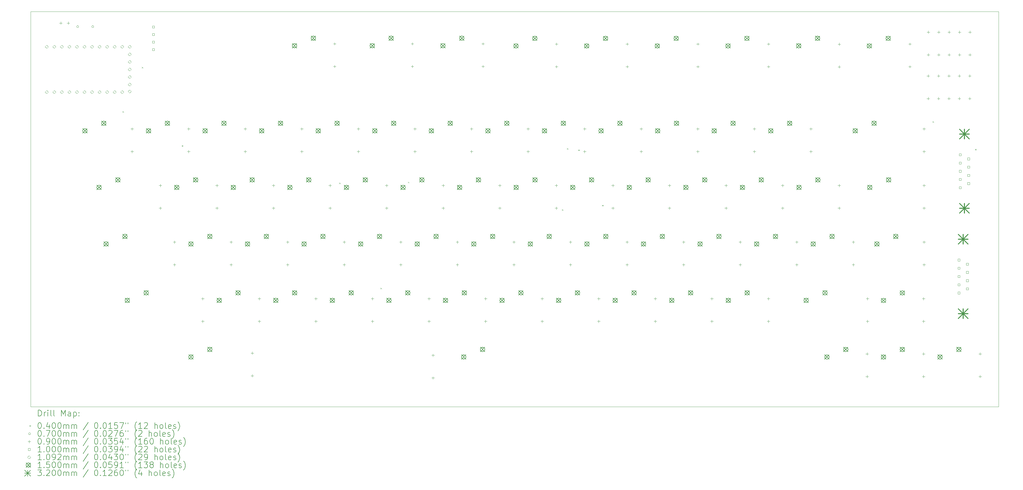
<source format=gbr>
%TF.GenerationSoftware,KiCad,Pcbnew,6.0.7-f9a2dced07~116~ubuntu22.04.1*%
%TF.CreationDate,2022-08-13T16:20:35-04:00*%
%TF.ProjectId,atari-keyboard,61746172-692d-46b6-9579-626f6172642e,rev?*%
%TF.SameCoordinates,Original*%
%TF.FileFunction,Drillmap*%
%TF.FilePolarity,Positive*%
%FSLAX45Y45*%
G04 Gerber Fmt 4.5, Leading zero omitted, Abs format (unit mm)*
G04 Created by KiCad (PCBNEW 6.0.7-f9a2dced07~116~ubuntu22.04.1) date 2022-08-13 16:20:35*
%MOMM*%
%LPD*%
G01*
G04 APERTURE LIST*
%ADD10C,0.050000*%
%ADD11C,0.200000*%
%ADD12C,0.040000*%
%ADD13C,0.070000*%
%ADD14C,0.090000*%
%ADD15C,0.100000*%
%ADD16C,0.109220*%
%ADD17C,0.150000*%
%ADD18C,0.320000*%
G04 APERTURE END LIST*
D10*
X6100000Y-17775000D02*
X6100000Y-31075000D01*
X38700000Y-17775000D02*
X38700000Y-31075000D01*
X6100000Y-17775000D02*
X38700000Y-17775000D01*
X38700000Y-31075000D02*
X6100000Y-31075000D01*
D11*
D12*
X9192180Y-21124670D02*
X9232180Y-21164670D01*
X9232180Y-21124670D02*
X9192180Y-21164670D01*
X9842970Y-19634940D02*
X9882970Y-19674940D01*
X9882970Y-19634940D02*
X9842970Y-19674940D01*
X11190060Y-22275350D02*
X11230060Y-22315350D01*
X11230060Y-22275350D02*
X11190060Y-22315350D01*
X16487460Y-23530100D02*
X16527460Y-23570100D01*
X16527460Y-23530100D02*
X16487460Y-23570100D01*
X17879760Y-27070640D02*
X17919760Y-27110640D01*
X17919760Y-27070640D02*
X17879760Y-27110640D01*
X18804400Y-23501760D02*
X18844400Y-23541760D01*
X18844400Y-23501760D02*
X18804400Y-23541760D01*
X23992320Y-24431540D02*
X24032320Y-24471540D01*
X24032320Y-24431540D02*
X23992320Y-24471540D01*
X24160300Y-22369960D02*
X24200300Y-22409960D01*
X24200300Y-22369960D02*
X24160300Y-22409960D01*
X24539940Y-22419410D02*
X24579940Y-22459410D01*
X24579940Y-22419410D02*
X24539940Y-22459410D01*
X25347480Y-24281610D02*
X25387480Y-24321610D01*
X25387480Y-24281610D02*
X25347480Y-24321610D01*
X36470160Y-21466630D02*
X36510160Y-21506630D01*
X36510160Y-21466630D02*
X36470160Y-21506630D01*
X37905460Y-22398500D02*
X37945460Y-22438500D01*
X37945460Y-22398500D02*
X37905460Y-22438500D01*
D13*
X7716000Y-18281000D02*
G75*
G03*
X7716000Y-18281000I-35000J0D01*
G01*
X8224000Y-18281000D02*
G75*
G03*
X8224000Y-18281000I-35000J0D01*
G01*
D14*
X7112000Y-18116000D02*
X7112000Y-18206000D01*
X7067000Y-18161000D02*
X7157000Y-18161000D01*
X7366000Y-18116000D02*
X7366000Y-18206000D01*
X7321000Y-18161000D02*
X7411000Y-18161000D01*
X9513750Y-21678000D02*
X9513750Y-21768000D01*
X9468750Y-21723000D02*
X9558750Y-21723000D01*
X9513750Y-22440000D02*
X9513750Y-22530000D01*
X9468750Y-22485000D02*
X9558750Y-22485000D01*
X10466250Y-23583000D02*
X10466250Y-23673000D01*
X10421250Y-23628000D02*
X10511250Y-23628000D01*
X10466250Y-24345000D02*
X10466250Y-24435000D01*
X10421250Y-24390000D02*
X10511250Y-24390000D01*
X10942500Y-25488000D02*
X10942500Y-25578000D01*
X10897500Y-25533000D02*
X10987500Y-25533000D01*
X10942500Y-26250000D02*
X10942500Y-26340000D01*
X10897500Y-26295000D02*
X10987500Y-26295000D01*
X11418750Y-21678000D02*
X11418750Y-21768000D01*
X11373750Y-21723000D02*
X11463750Y-21723000D01*
X11418750Y-22440000D02*
X11418750Y-22530000D01*
X11373750Y-22485000D02*
X11463750Y-22485000D01*
X11895000Y-27393000D02*
X11895000Y-27483000D01*
X11850000Y-27438000D02*
X11940000Y-27438000D01*
X11895000Y-28155000D02*
X11895000Y-28245000D01*
X11850000Y-28200000D02*
X11940000Y-28200000D01*
X12371250Y-23583000D02*
X12371250Y-23673000D01*
X12326250Y-23628000D02*
X12416250Y-23628000D01*
X12371250Y-24345000D02*
X12371250Y-24435000D01*
X12326250Y-24390000D02*
X12416250Y-24390000D01*
X12847500Y-25488000D02*
X12847500Y-25578000D01*
X12802500Y-25533000D02*
X12892500Y-25533000D01*
X12847500Y-26250000D02*
X12847500Y-26340000D01*
X12802500Y-26295000D02*
X12892500Y-26295000D01*
X13323750Y-21678000D02*
X13323750Y-21768000D01*
X13278750Y-21723000D02*
X13368750Y-21723000D01*
X13323750Y-22440000D02*
X13323750Y-22530000D01*
X13278750Y-22485000D02*
X13368750Y-22485000D01*
X13561880Y-29223070D02*
X13561880Y-29313070D01*
X13516880Y-29268070D02*
X13606880Y-29268070D01*
X13561880Y-29985070D02*
X13561880Y-30075070D01*
X13516880Y-30030070D02*
X13606880Y-30030070D01*
X13800000Y-27393000D02*
X13800000Y-27483000D01*
X13755000Y-27438000D02*
X13845000Y-27438000D01*
X13800000Y-28155000D02*
X13800000Y-28245000D01*
X13755000Y-28200000D02*
X13845000Y-28200000D01*
X14276250Y-23583000D02*
X14276250Y-23673000D01*
X14231250Y-23628000D02*
X14321250Y-23628000D01*
X14276250Y-24345000D02*
X14276250Y-24435000D01*
X14231250Y-24390000D02*
X14321250Y-24390000D01*
X14752500Y-25488000D02*
X14752500Y-25578000D01*
X14707500Y-25533000D02*
X14797500Y-25533000D01*
X14752500Y-26250000D02*
X14752500Y-26340000D01*
X14707500Y-26295000D02*
X14797500Y-26295000D01*
X15228750Y-21678000D02*
X15228750Y-21768000D01*
X15183750Y-21723000D02*
X15273750Y-21723000D01*
X15228750Y-22440000D02*
X15228750Y-22530000D01*
X15183750Y-22485000D02*
X15273750Y-22485000D01*
X15705000Y-27393000D02*
X15705000Y-27483000D01*
X15660000Y-27438000D02*
X15750000Y-27438000D01*
X15705000Y-28155000D02*
X15705000Y-28245000D01*
X15660000Y-28200000D02*
X15750000Y-28200000D01*
X16181250Y-23583000D02*
X16181250Y-23673000D01*
X16136250Y-23628000D02*
X16226250Y-23628000D01*
X16181250Y-24345000D02*
X16181250Y-24435000D01*
X16136250Y-24390000D02*
X16226250Y-24390000D01*
X16334870Y-18813000D02*
X16334870Y-18903000D01*
X16289870Y-18858000D02*
X16379870Y-18858000D01*
X16334870Y-19575000D02*
X16334870Y-19665000D01*
X16289870Y-19620000D02*
X16379870Y-19620000D01*
X16657500Y-25488000D02*
X16657500Y-25578000D01*
X16612500Y-25533000D02*
X16702500Y-25533000D01*
X16657500Y-26250000D02*
X16657500Y-26340000D01*
X16612500Y-26295000D02*
X16702500Y-26295000D01*
X17133750Y-21678000D02*
X17133750Y-21768000D01*
X17088750Y-21723000D02*
X17178750Y-21723000D01*
X17133750Y-22440000D02*
X17133750Y-22530000D01*
X17088750Y-22485000D02*
X17178750Y-22485000D01*
X17610000Y-27393000D02*
X17610000Y-27483000D01*
X17565000Y-27438000D02*
X17655000Y-27438000D01*
X17610000Y-28155000D02*
X17610000Y-28245000D01*
X17565000Y-28200000D02*
X17655000Y-28200000D01*
X18086250Y-23583000D02*
X18086250Y-23673000D01*
X18041250Y-23628000D02*
X18131250Y-23628000D01*
X18086250Y-24345000D02*
X18086250Y-24435000D01*
X18041250Y-24390000D02*
X18131250Y-24390000D01*
X18562500Y-25488000D02*
X18562500Y-25578000D01*
X18517500Y-25533000D02*
X18607500Y-25533000D01*
X18562500Y-26250000D02*
X18562500Y-26340000D01*
X18517500Y-26295000D02*
X18607500Y-26295000D01*
X18952870Y-18813000D02*
X18952870Y-18903000D01*
X18907870Y-18858000D02*
X18997870Y-18858000D01*
X18952870Y-19575000D02*
X18952870Y-19665000D01*
X18907870Y-19620000D02*
X18997870Y-19620000D01*
X19038750Y-21678000D02*
X19038750Y-21768000D01*
X18993750Y-21723000D02*
X19083750Y-21723000D01*
X19038750Y-22440000D02*
X19038750Y-22530000D01*
X18993750Y-22485000D02*
X19083750Y-22485000D01*
X19515000Y-27393000D02*
X19515000Y-27483000D01*
X19470000Y-27438000D02*
X19560000Y-27438000D01*
X19515000Y-28155000D02*
X19515000Y-28245000D01*
X19470000Y-28200000D02*
X19560000Y-28200000D01*
X19650630Y-29298000D02*
X19650630Y-29388000D01*
X19605630Y-29343000D02*
X19695630Y-29343000D01*
X19650630Y-30060000D02*
X19650630Y-30150000D01*
X19605630Y-30105000D02*
X19695630Y-30105000D01*
X19991250Y-23583000D02*
X19991250Y-23673000D01*
X19946250Y-23628000D02*
X20036250Y-23628000D01*
X19991250Y-24345000D02*
X19991250Y-24435000D01*
X19946250Y-24390000D02*
X20036250Y-24390000D01*
X20467500Y-25488000D02*
X20467500Y-25578000D01*
X20422500Y-25533000D02*
X20512500Y-25533000D01*
X20467500Y-26250000D02*
X20467500Y-26340000D01*
X20422500Y-26295000D02*
X20512500Y-26295000D01*
X20943750Y-21678000D02*
X20943750Y-21768000D01*
X20898750Y-21723000D02*
X20988750Y-21723000D01*
X20943750Y-22440000D02*
X20943750Y-22530000D01*
X20898750Y-22485000D02*
X20988750Y-22485000D01*
X21332870Y-18813000D02*
X21332870Y-18903000D01*
X21287870Y-18858000D02*
X21377870Y-18858000D01*
X21332870Y-19575000D02*
X21332870Y-19665000D01*
X21287870Y-19620000D02*
X21377870Y-19620000D01*
X21420000Y-27393000D02*
X21420000Y-27483000D01*
X21375000Y-27438000D02*
X21465000Y-27438000D01*
X21420000Y-28155000D02*
X21420000Y-28245000D01*
X21375000Y-28200000D02*
X21465000Y-28200000D01*
X21896250Y-23583000D02*
X21896250Y-23673000D01*
X21851250Y-23628000D02*
X21941250Y-23628000D01*
X21896250Y-24345000D02*
X21896250Y-24435000D01*
X21851250Y-24390000D02*
X21941250Y-24390000D01*
X22372500Y-25488000D02*
X22372500Y-25578000D01*
X22327500Y-25533000D02*
X22417500Y-25533000D01*
X22372500Y-26250000D02*
X22372500Y-26340000D01*
X22327500Y-26295000D02*
X22417500Y-26295000D01*
X22848750Y-21678000D02*
X22848750Y-21768000D01*
X22803750Y-21723000D02*
X22893750Y-21723000D01*
X22848750Y-22440000D02*
X22848750Y-22530000D01*
X22803750Y-22485000D02*
X22893750Y-22485000D01*
X23325000Y-27393000D02*
X23325000Y-27483000D01*
X23280000Y-27438000D02*
X23370000Y-27438000D01*
X23325000Y-28155000D02*
X23325000Y-28245000D01*
X23280000Y-28200000D02*
X23370000Y-28200000D01*
X23801250Y-23583000D02*
X23801250Y-23673000D01*
X23756250Y-23628000D02*
X23846250Y-23628000D01*
X23801250Y-24345000D02*
X23801250Y-24435000D01*
X23756250Y-24390000D02*
X23846250Y-24390000D01*
X23807750Y-18820000D02*
X23807750Y-18910000D01*
X23762750Y-18865000D02*
X23852750Y-18865000D01*
X23807750Y-19582000D02*
X23807750Y-19672000D01*
X23762750Y-19627000D02*
X23852750Y-19627000D01*
X24277500Y-25488000D02*
X24277500Y-25578000D01*
X24232500Y-25533000D02*
X24322500Y-25533000D01*
X24277500Y-26250000D02*
X24277500Y-26340000D01*
X24232500Y-26295000D02*
X24322500Y-26295000D01*
X24753750Y-21678000D02*
X24753750Y-21768000D01*
X24708750Y-21723000D02*
X24798750Y-21723000D01*
X24753750Y-22440000D02*
X24753750Y-22530000D01*
X24708750Y-22485000D02*
X24798750Y-22485000D01*
X25230000Y-27393000D02*
X25230000Y-27483000D01*
X25185000Y-27438000D02*
X25275000Y-27438000D01*
X25230000Y-28155000D02*
X25230000Y-28245000D01*
X25185000Y-28200000D02*
X25275000Y-28200000D01*
X25706250Y-23583000D02*
X25706250Y-23673000D01*
X25661250Y-23628000D02*
X25751250Y-23628000D01*
X25706250Y-24345000D02*
X25706250Y-24435000D01*
X25661250Y-24390000D02*
X25751250Y-24390000D01*
X26182500Y-25488000D02*
X26182500Y-25578000D01*
X26137500Y-25533000D02*
X26227500Y-25533000D01*
X26182500Y-26250000D02*
X26182500Y-26340000D01*
X26137500Y-26295000D02*
X26227500Y-26295000D01*
X26187750Y-18820000D02*
X26187750Y-18910000D01*
X26142750Y-18865000D02*
X26232750Y-18865000D01*
X26187750Y-19582000D02*
X26187750Y-19672000D01*
X26142750Y-19627000D02*
X26232750Y-19627000D01*
X26658750Y-21678000D02*
X26658750Y-21768000D01*
X26613750Y-21723000D02*
X26703750Y-21723000D01*
X26658750Y-22440000D02*
X26658750Y-22530000D01*
X26613750Y-22485000D02*
X26703750Y-22485000D01*
X27135000Y-27393000D02*
X27135000Y-27483000D01*
X27090000Y-27438000D02*
X27180000Y-27438000D01*
X27135000Y-28155000D02*
X27135000Y-28245000D01*
X27090000Y-28200000D02*
X27180000Y-28200000D01*
X27611250Y-23583000D02*
X27611250Y-23673000D01*
X27566250Y-23628000D02*
X27656250Y-23628000D01*
X27611250Y-24345000D02*
X27611250Y-24435000D01*
X27566250Y-24390000D02*
X27656250Y-24390000D01*
X28087500Y-25488000D02*
X28087500Y-25578000D01*
X28042500Y-25533000D02*
X28132500Y-25533000D01*
X28087500Y-26250000D02*
X28087500Y-26340000D01*
X28042500Y-26295000D02*
X28132500Y-26295000D01*
X28563750Y-21678000D02*
X28563750Y-21768000D01*
X28518750Y-21723000D02*
X28608750Y-21723000D01*
X28563750Y-22440000D02*
X28563750Y-22530000D01*
X28518750Y-22485000D02*
X28608750Y-22485000D01*
X28567750Y-18820000D02*
X28567750Y-18910000D01*
X28522750Y-18865000D02*
X28612750Y-18865000D01*
X28567750Y-19582000D02*
X28567750Y-19672000D01*
X28522750Y-19627000D02*
X28612750Y-19627000D01*
X29040000Y-27393000D02*
X29040000Y-27483000D01*
X28995000Y-27438000D02*
X29085000Y-27438000D01*
X29040000Y-28155000D02*
X29040000Y-28245000D01*
X28995000Y-28200000D02*
X29085000Y-28200000D01*
X29516250Y-23583000D02*
X29516250Y-23673000D01*
X29471250Y-23628000D02*
X29561250Y-23628000D01*
X29516250Y-24345000D02*
X29516250Y-24435000D01*
X29471250Y-24390000D02*
X29561250Y-24390000D01*
X29992500Y-25488000D02*
X29992500Y-25578000D01*
X29947500Y-25533000D02*
X30037500Y-25533000D01*
X29992500Y-26250000D02*
X29992500Y-26340000D01*
X29947500Y-26295000D02*
X30037500Y-26295000D01*
X30468750Y-21678000D02*
X30468750Y-21768000D01*
X30423750Y-21723000D02*
X30513750Y-21723000D01*
X30468750Y-22440000D02*
X30468750Y-22530000D01*
X30423750Y-22485000D02*
X30513750Y-22485000D01*
X30945000Y-27393000D02*
X30945000Y-27483000D01*
X30900000Y-27438000D02*
X30990000Y-27438000D01*
X30945000Y-28155000D02*
X30945000Y-28245000D01*
X30900000Y-28200000D02*
X30990000Y-28200000D01*
X30947750Y-18820000D02*
X30947750Y-18910000D01*
X30902750Y-18865000D02*
X30992750Y-18865000D01*
X30947750Y-19582000D02*
X30947750Y-19672000D01*
X30902750Y-19627000D02*
X30992750Y-19627000D01*
X31421250Y-23583000D02*
X31421250Y-23673000D01*
X31376250Y-23628000D02*
X31466250Y-23628000D01*
X31421250Y-24345000D02*
X31421250Y-24435000D01*
X31376250Y-24390000D02*
X31466250Y-24390000D01*
X31897500Y-25488000D02*
X31897500Y-25578000D01*
X31852500Y-25533000D02*
X31942500Y-25533000D01*
X31897500Y-26250000D02*
X31897500Y-26340000D01*
X31852500Y-26295000D02*
X31942500Y-26295000D01*
X32373750Y-21678000D02*
X32373750Y-21768000D01*
X32328750Y-21723000D02*
X32418750Y-21723000D01*
X32373750Y-22440000D02*
X32373750Y-22530000D01*
X32328750Y-22485000D02*
X32418750Y-22485000D01*
X33326250Y-23583000D02*
X33326250Y-23673000D01*
X33281250Y-23628000D02*
X33371250Y-23628000D01*
X33326250Y-24345000D02*
X33326250Y-24435000D01*
X33281250Y-24390000D02*
X33371250Y-24390000D01*
X33327750Y-18825000D02*
X33327750Y-18915000D01*
X33282750Y-18870000D02*
X33372750Y-18870000D01*
X33327750Y-19587000D02*
X33327750Y-19677000D01*
X33282750Y-19632000D02*
X33372750Y-19632000D01*
X33802500Y-25488000D02*
X33802500Y-25578000D01*
X33757500Y-25533000D02*
X33847500Y-25533000D01*
X33802500Y-26250000D02*
X33802500Y-26340000D01*
X33757500Y-26295000D02*
X33847500Y-26295000D01*
X34265130Y-29248470D02*
X34265130Y-29338470D01*
X34220130Y-29293470D02*
X34310130Y-29293470D01*
X34265130Y-30010470D02*
X34265130Y-30100470D01*
X34220130Y-30055470D02*
X34310130Y-30055470D01*
X34278750Y-27393000D02*
X34278750Y-27483000D01*
X34233750Y-27438000D02*
X34323750Y-27438000D01*
X34278750Y-28155000D02*
X34278750Y-28245000D01*
X34233750Y-28200000D02*
X34323750Y-28200000D01*
X35707750Y-18822000D02*
X35707750Y-18912000D01*
X35662750Y-18867000D02*
X35752750Y-18867000D01*
X35707750Y-19584000D02*
X35707750Y-19674000D01*
X35662750Y-19629000D02*
X35752750Y-19629000D01*
X36169130Y-27393000D02*
X36169130Y-27483000D01*
X36124130Y-27438000D02*
X36214130Y-27438000D01*
X36169130Y-28155000D02*
X36169130Y-28245000D01*
X36124130Y-28200000D02*
X36214130Y-28200000D01*
X36169130Y-29248470D02*
X36169130Y-29338470D01*
X36124130Y-29293470D02*
X36214130Y-29293470D01*
X36169130Y-30010470D02*
X36169130Y-30100470D01*
X36124130Y-30055470D02*
X36214130Y-30055470D01*
X36183750Y-21676000D02*
X36183750Y-21766000D01*
X36138750Y-21721000D02*
X36228750Y-21721000D01*
X36183750Y-22438000D02*
X36183750Y-22528000D01*
X36138750Y-22483000D02*
X36228750Y-22483000D01*
X36183750Y-23583000D02*
X36183750Y-23673000D01*
X36138750Y-23628000D02*
X36228750Y-23628000D01*
X36183750Y-24345000D02*
X36183750Y-24435000D01*
X36138750Y-24390000D02*
X36228750Y-24390000D01*
X36183750Y-25488000D02*
X36183750Y-25578000D01*
X36138750Y-25533000D02*
X36228750Y-25533000D01*
X36183750Y-26250000D02*
X36183750Y-26340000D01*
X36138750Y-26295000D02*
X36228750Y-26295000D01*
X36322000Y-19894000D02*
X36322000Y-19984000D01*
X36277000Y-19939000D02*
X36367000Y-19939000D01*
X36322000Y-20656000D02*
X36322000Y-20746000D01*
X36277000Y-20701000D02*
X36367000Y-20701000D01*
X36327600Y-18420800D02*
X36327600Y-18510800D01*
X36282600Y-18465800D02*
X36372600Y-18465800D01*
X36327600Y-19182800D02*
X36327600Y-19272800D01*
X36282600Y-19227800D02*
X36372600Y-19227800D01*
X36672000Y-19894000D02*
X36672000Y-19984000D01*
X36627000Y-19939000D02*
X36717000Y-19939000D01*
X36672000Y-20656000D02*
X36672000Y-20746000D01*
X36627000Y-20701000D02*
X36717000Y-20701000D01*
X36677600Y-18420800D02*
X36677600Y-18510800D01*
X36632600Y-18465800D02*
X36722600Y-18465800D01*
X36677600Y-19182800D02*
X36677600Y-19272800D01*
X36632600Y-19227800D02*
X36722600Y-19227800D01*
X37022000Y-19894000D02*
X37022000Y-19984000D01*
X36977000Y-19939000D02*
X37067000Y-19939000D01*
X37022000Y-20656000D02*
X37022000Y-20746000D01*
X36977000Y-20701000D02*
X37067000Y-20701000D01*
X37027600Y-18420800D02*
X37027600Y-18510800D01*
X36982600Y-18465800D02*
X37072600Y-18465800D01*
X37027600Y-19182800D02*
X37027600Y-19272800D01*
X36982600Y-19227800D02*
X37072600Y-19227800D01*
X37372000Y-19894000D02*
X37372000Y-19984000D01*
X37327000Y-19939000D02*
X37417000Y-19939000D01*
X37372000Y-20656000D02*
X37372000Y-20746000D01*
X37327000Y-20701000D02*
X37417000Y-20701000D01*
X37377600Y-18420800D02*
X37377600Y-18510800D01*
X37332600Y-18465800D02*
X37422600Y-18465800D01*
X37377600Y-19182800D02*
X37377600Y-19272800D01*
X37332600Y-19227800D02*
X37422600Y-19227800D01*
X37722000Y-19894000D02*
X37722000Y-19984000D01*
X37677000Y-19939000D02*
X37767000Y-19939000D01*
X37722000Y-20656000D02*
X37722000Y-20746000D01*
X37677000Y-20701000D02*
X37767000Y-20701000D01*
X37727600Y-18420800D02*
X37727600Y-18510800D01*
X37682600Y-18465800D02*
X37772600Y-18465800D01*
X37727600Y-19182800D02*
X37727600Y-19272800D01*
X37682600Y-19227800D02*
X37772600Y-19227800D01*
X38073130Y-29248470D02*
X38073130Y-29338470D01*
X38028130Y-29293470D02*
X38118130Y-29293470D01*
X38073130Y-30010470D02*
X38073130Y-30100470D01*
X38028130Y-30055470D02*
X38118130Y-30055470D01*
D15*
X10265856Y-18323856D02*
X10265856Y-18253144D01*
X10195144Y-18253144D01*
X10195144Y-18323856D01*
X10265856Y-18323856D01*
X10265856Y-18577856D02*
X10265856Y-18507144D01*
X10195144Y-18507144D01*
X10195144Y-18577856D01*
X10265856Y-18577856D01*
X10265856Y-18831856D02*
X10265856Y-18761144D01*
X10195144Y-18761144D01*
X10195144Y-18831856D01*
X10265856Y-18831856D01*
X10265856Y-19085856D02*
X10265856Y-19015144D01*
X10195144Y-19015144D01*
X10195144Y-19085856D01*
X10265856Y-19085856D01*
X37394486Y-26170356D02*
X37394486Y-26099644D01*
X37323774Y-26099644D01*
X37323774Y-26170356D01*
X37394486Y-26170356D01*
X37394486Y-26447356D02*
X37394486Y-26376644D01*
X37323774Y-26376644D01*
X37323774Y-26447356D01*
X37394486Y-26447356D01*
X37394486Y-26724356D02*
X37394486Y-26653644D01*
X37323774Y-26653644D01*
X37323774Y-26724356D01*
X37394486Y-26724356D01*
X37394486Y-27001356D02*
X37394486Y-26930644D01*
X37323774Y-26930644D01*
X37323774Y-27001356D01*
X37394486Y-27001356D01*
X37394486Y-27278356D02*
X37394486Y-27207644D01*
X37323774Y-27207644D01*
X37323774Y-27278356D01*
X37394486Y-27278356D01*
X37435356Y-22627356D02*
X37435356Y-22556644D01*
X37364644Y-22556644D01*
X37364644Y-22627356D01*
X37435356Y-22627356D01*
X37435356Y-22904356D02*
X37435356Y-22833644D01*
X37364644Y-22833644D01*
X37364644Y-22904356D01*
X37435356Y-22904356D01*
X37435356Y-23181356D02*
X37435356Y-23110644D01*
X37364644Y-23110644D01*
X37364644Y-23181356D01*
X37435356Y-23181356D01*
X37435356Y-23458356D02*
X37435356Y-23387644D01*
X37364644Y-23387644D01*
X37364644Y-23458356D01*
X37435356Y-23458356D01*
X37435356Y-23735356D02*
X37435356Y-23664644D01*
X37364644Y-23664644D01*
X37364644Y-23735356D01*
X37435356Y-23735356D01*
X37678486Y-26308856D02*
X37678486Y-26238144D01*
X37607774Y-26238144D01*
X37607774Y-26308856D01*
X37678486Y-26308856D01*
X37678486Y-26585856D02*
X37678486Y-26515144D01*
X37607774Y-26515144D01*
X37607774Y-26585856D01*
X37678486Y-26585856D01*
X37678486Y-26862856D02*
X37678486Y-26792144D01*
X37607774Y-26792144D01*
X37607774Y-26862856D01*
X37678486Y-26862856D01*
X37678486Y-27139856D02*
X37678486Y-27069144D01*
X37607774Y-27069144D01*
X37607774Y-27139856D01*
X37678486Y-27139856D01*
X37719356Y-22765856D02*
X37719356Y-22695144D01*
X37648644Y-22695144D01*
X37648644Y-22765856D01*
X37719356Y-22765856D01*
X37719356Y-23042856D02*
X37719356Y-22972144D01*
X37648644Y-22972144D01*
X37648644Y-23042856D01*
X37719356Y-23042856D01*
X37719356Y-23319856D02*
X37719356Y-23249144D01*
X37648644Y-23249144D01*
X37648644Y-23319856D01*
X37719356Y-23319856D01*
X37719356Y-23596856D02*
X37719356Y-23526144D01*
X37648644Y-23526144D01*
X37648644Y-23596856D01*
X37719356Y-23596856D01*
D16*
X6638200Y-19012610D02*
X6692810Y-18958000D01*
X6638200Y-18903390D01*
X6583590Y-18958000D01*
X6638200Y-19012610D01*
X6638200Y-20536610D02*
X6692810Y-20482000D01*
X6638200Y-20427390D01*
X6583590Y-20482000D01*
X6638200Y-20536610D01*
X6892200Y-19012610D02*
X6946810Y-18958000D01*
X6892200Y-18903390D01*
X6837590Y-18958000D01*
X6892200Y-19012610D01*
X6892200Y-20536610D02*
X6946810Y-20482000D01*
X6892200Y-20427390D01*
X6837590Y-20482000D01*
X6892200Y-20536610D01*
X7146200Y-19012610D02*
X7200810Y-18958000D01*
X7146200Y-18903390D01*
X7091590Y-18958000D01*
X7146200Y-19012610D01*
X7146200Y-20536610D02*
X7200810Y-20482000D01*
X7146200Y-20427390D01*
X7091590Y-20482000D01*
X7146200Y-20536610D01*
X7400200Y-19012610D02*
X7454810Y-18958000D01*
X7400200Y-18903390D01*
X7345590Y-18958000D01*
X7400200Y-19012610D01*
X7400200Y-20536610D02*
X7454810Y-20482000D01*
X7400200Y-20427390D01*
X7345590Y-20482000D01*
X7400200Y-20536610D01*
X7654200Y-19012610D02*
X7708810Y-18958000D01*
X7654200Y-18903390D01*
X7599590Y-18958000D01*
X7654200Y-19012610D01*
X7654200Y-20536610D02*
X7708810Y-20482000D01*
X7654200Y-20427390D01*
X7599590Y-20482000D01*
X7654200Y-20536610D01*
X7908200Y-19012610D02*
X7962810Y-18958000D01*
X7908200Y-18903390D01*
X7853590Y-18958000D01*
X7908200Y-19012610D01*
X7908200Y-20536610D02*
X7962810Y-20482000D01*
X7908200Y-20427390D01*
X7853590Y-20482000D01*
X7908200Y-20536610D01*
X8162200Y-19012610D02*
X8216810Y-18958000D01*
X8162200Y-18903390D01*
X8107590Y-18958000D01*
X8162200Y-19012610D01*
X8162200Y-20536610D02*
X8216810Y-20482000D01*
X8162200Y-20427390D01*
X8107590Y-20482000D01*
X8162200Y-20536610D01*
X8416200Y-19012610D02*
X8470810Y-18958000D01*
X8416200Y-18903390D01*
X8361590Y-18958000D01*
X8416200Y-19012610D01*
X8416200Y-20536610D02*
X8470810Y-20482000D01*
X8416200Y-20427390D01*
X8361590Y-20482000D01*
X8416200Y-20536610D01*
X8670200Y-19012610D02*
X8724810Y-18958000D01*
X8670200Y-18903390D01*
X8615590Y-18958000D01*
X8670200Y-19012610D01*
X8670200Y-20536610D02*
X8724810Y-20482000D01*
X8670200Y-20427390D01*
X8615590Y-20482000D01*
X8670200Y-20536610D01*
X8924200Y-19012610D02*
X8978810Y-18958000D01*
X8924200Y-18903390D01*
X8869590Y-18958000D01*
X8924200Y-19012610D01*
X8924200Y-20536610D02*
X8978810Y-20482000D01*
X8924200Y-20427390D01*
X8869590Y-20482000D01*
X8924200Y-20536610D01*
X9178200Y-19012610D02*
X9232810Y-18958000D01*
X9178200Y-18903390D01*
X9123590Y-18958000D01*
X9178200Y-19012610D01*
X9178200Y-20536610D02*
X9232810Y-20482000D01*
X9178200Y-20427390D01*
X9123590Y-20482000D01*
X9178200Y-20536610D01*
X9432200Y-19012610D02*
X9486810Y-18958000D01*
X9432200Y-18903390D01*
X9377590Y-18958000D01*
X9432200Y-19012610D01*
X9432200Y-19266610D02*
X9486810Y-19212000D01*
X9432200Y-19157390D01*
X9377590Y-19212000D01*
X9432200Y-19266610D01*
X9432200Y-19520610D02*
X9486810Y-19466000D01*
X9432200Y-19411390D01*
X9377590Y-19466000D01*
X9432200Y-19520610D01*
X9432200Y-19774610D02*
X9486810Y-19720000D01*
X9432200Y-19665390D01*
X9377590Y-19720000D01*
X9432200Y-19774610D01*
X9432200Y-20028610D02*
X9486810Y-19974000D01*
X9432200Y-19919390D01*
X9377590Y-19974000D01*
X9432200Y-20028610D01*
X9432200Y-20282610D02*
X9486810Y-20228000D01*
X9432200Y-20173390D01*
X9377590Y-20228000D01*
X9432200Y-20282610D01*
X9432200Y-20513750D02*
X9486810Y-20459140D01*
X9432200Y-20404530D01*
X9377590Y-20459140D01*
X9432200Y-20513750D01*
D17*
X7851250Y-21711500D02*
X8001250Y-21861500D01*
X8001250Y-21711500D02*
X7851250Y-21861500D01*
X8001250Y-21786500D02*
G75*
G03*
X8001250Y-21786500I-75000J0D01*
G01*
X8327500Y-23616500D02*
X8477500Y-23766500D01*
X8477500Y-23616500D02*
X8327500Y-23766500D01*
X8477500Y-23691500D02*
G75*
G03*
X8477500Y-23691500I-75000J0D01*
G01*
X8486250Y-21457500D02*
X8636250Y-21607500D01*
X8636250Y-21457500D02*
X8486250Y-21607500D01*
X8636250Y-21532500D02*
G75*
G03*
X8636250Y-21532500I-75000J0D01*
G01*
X8565630Y-25519000D02*
X8715630Y-25669000D01*
X8715630Y-25519000D02*
X8565630Y-25669000D01*
X8715630Y-25594000D02*
G75*
G03*
X8715630Y-25594000I-75000J0D01*
G01*
X8962500Y-23362500D02*
X9112500Y-23512500D01*
X9112500Y-23362500D02*
X8962500Y-23512500D01*
X9112500Y-23437500D02*
G75*
G03*
X9112500Y-23437500I-75000J0D01*
G01*
X9200630Y-25265000D02*
X9350630Y-25415000D01*
X9350630Y-25265000D02*
X9200630Y-25415000D01*
X9350630Y-25340000D02*
G75*
G03*
X9350630Y-25340000I-75000J0D01*
G01*
X9280000Y-27419000D02*
X9430000Y-27569000D01*
X9430000Y-27419000D02*
X9280000Y-27569000D01*
X9430000Y-27494000D02*
G75*
G03*
X9430000Y-27494000I-75000J0D01*
G01*
X9915000Y-27165000D02*
X10065000Y-27315000D01*
X10065000Y-27165000D02*
X9915000Y-27315000D01*
X10065000Y-27240000D02*
G75*
G03*
X10065000Y-27240000I-75000J0D01*
G01*
X9994380Y-21711500D02*
X10144380Y-21861500D01*
X10144380Y-21711500D02*
X9994380Y-21861500D01*
X10144380Y-21786500D02*
G75*
G03*
X10144380Y-21786500I-75000J0D01*
G01*
X10629380Y-21457500D02*
X10779380Y-21607500D01*
X10779380Y-21457500D02*
X10629380Y-21607500D01*
X10779380Y-21532500D02*
G75*
G03*
X10779380Y-21532500I-75000J0D01*
G01*
X10946880Y-23616500D02*
X11096880Y-23766500D01*
X11096880Y-23616500D02*
X10946880Y-23766500D01*
X11096880Y-23691500D02*
G75*
G03*
X11096880Y-23691500I-75000J0D01*
G01*
X11423130Y-25519000D02*
X11573130Y-25669000D01*
X11573130Y-25519000D02*
X11423130Y-25669000D01*
X11573130Y-25594000D02*
G75*
G03*
X11573130Y-25594000I-75000J0D01*
G01*
X11423130Y-29324000D02*
X11573130Y-29474000D01*
X11573130Y-29324000D02*
X11423130Y-29474000D01*
X11573130Y-29399000D02*
G75*
G03*
X11573130Y-29399000I-75000J0D01*
G01*
X11581880Y-23362500D02*
X11731880Y-23512500D01*
X11731880Y-23362500D02*
X11581880Y-23512500D01*
X11731880Y-23437500D02*
G75*
G03*
X11731880Y-23437500I-75000J0D01*
G01*
X11899380Y-21711500D02*
X12049380Y-21861500D01*
X12049380Y-21711500D02*
X11899380Y-21861500D01*
X12049380Y-21786500D02*
G75*
G03*
X12049380Y-21786500I-75000J0D01*
G01*
X12058130Y-25265000D02*
X12208130Y-25415000D01*
X12208130Y-25265000D02*
X12058130Y-25415000D01*
X12208130Y-25340000D02*
G75*
G03*
X12208130Y-25340000I-75000J0D01*
G01*
X12058130Y-29070000D02*
X12208130Y-29220000D01*
X12208130Y-29070000D02*
X12058130Y-29220000D01*
X12208130Y-29145000D02*
G75*
G03*
X12208130Y-29145000I-75000J0D01*
G01*
X12375630Y-27419000D02*
X12525630Y-27569000D01*
X12525630Y-27419000D02*
X12375630Y-27569000D01*
X12525630Y-27494000D02*
G75*
G03*
X12525630Y-27494000I-75000J0D01*
G01*
X12534380Y-21457500D02*
X12684380Y-21607500D01*
X12684380Y-21457500D02*
X12534380Y-21607500D01*
X12684380Y-21532500D02*
G75*
G03*
X12684380Y-21532500I-75000J0D01*
G01*
X12851880Y-23616500D02*
X13001880Y-23766500D01*
X13001880Y-23616500D02*
X12851880Y-23766500D01*
X13001880Y-23691500D02*
G75*
G03*
X13001880Y-23691500I-75000J0D01*
G01*
X13010630Y-27165000D02*
X13160630Y-27315000D01*
X13160630Y-27165000D02*
X13010630Y-27315000D01*
X13160630Y-27240000D02*
G75*
G03*
X13160630Y-27240000I-75000J0D01*
G01*
X13328130Y-25519000D02*
X13478130Y-25669000D01*
X13478130Y-25519000D02*
X13328130Y-25669000D01*
X13478130Y-25594000D02*
G75*
G03*
X13478130Y-25594000I-75000J0D01*
G01*
X13486880Y-23362500D02*
X13636880Y-23512500D01*
X13636880Y-23362500D02*
X13486880Y-23512500D01*
X13636880Y-23437500D02*
G75*
G03*
X13636880Y-23437500I-75000J0D01*
G01*
X13804380Y-21711500D02*
X13954380Y-21861500D01*
X13954380Y-21711500D02*
X13804380Y-21861500D01*
X13954380Y-21786500D02*
G75*
G03*
X13954380Y-21786500I-75000J0D01*
G01*
X13963130Y-25265000D02*
X14113130Y-25415000D01*
X14113130Y-25265000D02*
X13963130Y-25415000D01*
X14113130Y-25340000D02*
G75*
G03*
X14113130Y-25340000I-75000J0D01*
G01*
X14280630Y-27419000D02*
X14430630Y-27569000D01*
X14430630Y-27419000D02*
X14280630Y-27569000D01*
X14430630Y-27494000D02*
G75*
G03*
X14430630Y-27494000I-75000J0D01*
G01*
X14439380Y-21457500D02*
X14589380Y-21607500D01*
X14589380Y-21457500D02*
X14439380Y-21607500D01*
X14589380Y-21532500D02*
G75*
G03*
X14589380Y-21532500I-75000J0D01*
G01*
X14756880Y-23616500D02*
X14906880Y-23766500D01*
X14906880Y-23616500D02*
X14756880Y-23766500D01*
X14906880Y-23691500D02*
G75*
G03*
X14906880Y-23691500I-75000J0D01*
G01*
X14911000Y-18847000D02*
X15061000Y-18997000D01*
X15061000Y-18847000D02*
X14911000Y-18997000D01*
X15061000Y-18922000D02*
G75*
G03*
X15061000Y-18922000I-75000J0D01*
G01*
X14915630Y-27165000D02*
X15065630Y-27315000D01*
X15065630Y-27165000D02*
X14915630Y-27315000D01*
X15065630Y-27240000D02*
G75*
G03*
X15065630Y-27240000I-75000J0D01*
G01*
X15233130Y-25519000D02*
X15383130Y-25669000D01*
X15383130Y-25519000D02*
X15233130Y-25669000D01*
X15383130Y-25594000D02*
G75*
G03*
X15383130Y-25594000I-75000J0D01*
G01*
X15391880Y-23362500D02*
X15541880Y-23512500D01*
X15541880Y-23362500D02*
X15391880Y-23512500D01*
X15541880Y-23437500D02*
G75*
G03*
X15541880Y-23437500I-75000J0D01*
G01*
X15546000Y-18593000D02*
X15696000Y-18743000D01*
X15696000Y-18593000D02*
X15546000Y-18743000D01*
X15696000Y-18668000D02*
G75*
G03*
X15696000Y-18668000I-75000J0D01*
G01*
X15709380Y-21711500D02*
X15859380Y-21861500D01*
X15859380Y-21711500D02*
X15709380Y-21861500D01*
X15859380Y-21786500D02*
G75*
G03*
X15859380Y-21786500I-75000J0D01*
G01*
X15868130Y-25265000D02*
X16018130Y-25415000D01*
X16018130Y-25265000D02*
X15868130Y-25415000D01*
X16018130Y-25340000D02*
G75*
G03*
X16018130Y-25340000I-75000J0D01*
G01*
X16185630Y-27419000D02*
X16335630Y-27569000D01*
X16335630Y-27419000D02*
X16185630Y-27569000D01*
X16335630Y-27494000D02*
G75*
G03*
X16335630Y-27494000I-75000J0D01*
G01*
X16344380Y-21457500D02*
X16494380Y-21607500D01*
X16494380Y-21457500D02*
X16344380Y-21607500D01*
X16494380Y-21532500D02*
G75*
G03*
X16494380Y-21532500I-75000J0D01*
G01*
X16661880Y-23616500D02*
X16811880Y-23766500D01*
X16811880Y-23616500D02*
X16661880Y-23766500D01*
X16811880Y-23691500D02*
G75*
G03*
X16811880Y-23691500I-75000J0D01*
G01*
X16820630Y-27165000D02*
X16970630Y-27315000D01*
X16970630Y-27165000D02*
X16820630Y-27315000D01*
X16970630Y-27240000D02*
G75*
G03*
X16970630Y-27240000I-75000J0D01*
G01*
X17138130Y-25519000D02*
X17288130Y-25669000D01*
X17288130Y-25519000D02*
X17138130Y-25669000D01*
X17288130Y-25594000D02*
G75*
G03*
X17288130Y-25594000I-75000J0D01*
G01*
X17296880Y-23362500D02*
X17446880Y-23512500D01*
X17446880Y-23362500D02*
X17296880Y-23512500D01*
X17446880Y-23437500D02*
G75*
G03*
X17446880Y-23437500I-75000J0D01*
G01*
X17528870Y-18847000D02*
X17678870Y-18997000D01*
X17678870Y-18847000D02*
X17528870Y-18997000D01*
X17678870Y-18922000D02*
G75*
G03*
X17678870Y-18922000I-75000J0D01*
G01*
X17614380Y-21711500D02*
X17764380Y-21861500D01*
X17764380Y-21711500D02*
X17614380Y-21861500D01*
X17764380Y-21786500D02*
G75*
G03*
X17764380Y-21786500I-75000J0D01*
G01*
X17773130Y-25265000D02*
X17923130Y-25415000D01*
X17923130Y-25265000D02*
X17773130Y-25415000D01*
X17923130Y-25340000D02*
G75*
G03*
X17923130Y-25340000I-75000J0D01*
G01*
X18090630Y-27419000D02*
X18240630Y-27569000D01*
X18240630Y-27419000D02*
X18090630Y-27569000D01*
X18240630Y-27494000D02*
G75*
G03*
X18240630Y-27494000I-75000J0D01*
G01*
X18163870Y-18593000D02*
X18313870Y-18743000D01*
X18313870Y-18593000D02*
X18163870Y-18743000D01*
X18313870Y-18668000D02*
G75*
G03*
X18313870Y-18668000I-75000J0D01*
G01*
X18249380Y-21457500D02*
X18399380Y-21607500D01*
X18399380Y-21457500D02*
X18249380Y-21607500D01*
X18399380Y-21532500D02*
G75*
G03*
X18399380Y-21532500I-75000J0D01*
G01*
X18566880Y-23616500D02*
X18716880Y-23766500D01*
X18716880Y-23616500D02*
X18566880Y-23766500D01*
X18716880Y-23691500D02*
G75*
G03*
X18716880Y-23691500I-75000J0D01*
G01*
X18725630Y-27165000D02*
X18875630Y-27315000D01*
X18875630Y-27165000D02*
X18725630Y-27315000D01*
X18875630Y-27240000D02*
G75*
G03*
X18875630Y-27240000I-75000J0D01*
G01*
X19043130Y-25519000D02*
X19193130Y-25669000D01*
X19193130Y-25519000D02*
X19043130Y-25669000D01*
X19193130Y-25594000D02*
G75*
G03*
X19193130Y-25594000I-75000J0D01*
G01*
X19201880Y-23362500D02*
X19351880Y-23512500D01*
X19351880Y-23362500D02*
X19201880Y-23512500D01*
X19351880Y-23437500D02*
G75*
G03*
X19351880Y-23437500I-75000J0D01*
G01*
X19519380Y-21711500D02*
X19669380Y-21861500D01*
X19669380Y-21711500D02*
X19519380Y-21861500D01*
X19669380Y-21786500D02*
G75*
G03*
X19669380Y-21786500I-75000J0D01*
G01*
X19678130Y-25265000D02*
X19828130Y-25415000D01*
X19828130Y-25265000D02*
X19678130Y-25415000D01*
X19828130Y-25340000D02*
G75*
G03*
X19828130Y-25340000I-75000J0D01*
G01*
X19908870Y-18847000D02*
X20058870Y-18997000D01*
X20058870Y-18847000D02*
X19908870Y-18997000D01*
X20058870Y-18922000D02*
G75*
G03*
X20058870Y-18922000I-75000J0D01*
G01*
X19995630Y-27419000D02*
X20145630Y-27569000D01*
X20145630Y-27419000D02*
X19995630Y-27569000D01*
X20145630Y-27494000D02*
G75*
G03*
X20145630Y-27494000I-75000J0D01*
G01*
X20154380Y-21457500D02*
X20304380Y-21607500D01*
X20304380Y-21457500D02*
X20154380Y-21607500D01*
X20304380Y-21532500D02*
G75*
G03*
X20304380Y-21532500I-75000J0D01*
G01*
X20471880Y-23616500D02*
X20621880Y-23766500D01*
X20621880Y-23616500D02*
X20471880Y-23766500D01*
X20621880Y-23691500D02*
G75*
G03*
X20621880Y-23691500I-75000J0D01*
G01*
X20543870Y-18593000D02*
X20693870Y-18743000D01*
X20693870Y-18593000D02*
X20543870Y-18743000D01*
X20693870Y-18668000D02*
G75*
G03*
X20693870Y-18668000I-75000J0D01*
G01*
X20608130Y-29324000D02*
X20758130Y-29474000D01*
X20758130Y-29324000D02*
X20608130Y-29474000D01*
X20758130Y-29399000D02*
G75*
G03*
X20758130Y-29399000I-75000J0D01*
G01*
X20630630Y-27165000D02*
X20780630Y-27315000D01*
X20780630Y-27165000D02*
X20630630Y-27315000D01*
X20780630Y-27240000D02*
G75*
G03*
X20780630Y-27240000I-75000J0D01*
G01*
X20948130Y-25519000D02*
X21098130Y-25669000D01*
X21098130Y-25519000D02*
X20948130Y-25669000D01*
X21098130Y-25594000D02*
G75*
G03*
X21098130Y-25594000I-75000J0D01*
G01*
X21106880Y-23362500D02*
X21256880Y-23512500D01*
X21256880Y-23362500D02*
X21106880Y-23512500D01*
X21256880Y-23437500D02*
G75*
G03*
X21256880Y-23437500I-75000J0D01*
G01*
X21243130Y-29070000D02*
X21393130Y-29220000D01*
X21393130Y-29070000D02*
X21243130Y-29220000D01*
X21393130Y-29145000D02*
G75*
G03*
X21393130Y-29145000I-75000J0D01*
G01*
X21424380Y-21711500D02*
X21574380Y-21861500D01*
X21574380Y-21711500D02*
X21424380Y-21861500D01*
X21574380Y-21786500D02*
G75*
G03*
X21574380Y-21786500I-75000J0D01*
G01*
X21583130Y-25265000D02*
X21733130Y-25415000D01*
X21733130Y-25265000D02*
X21583130Y-25415000D01*
X21733130Y-25340000D02*
G75*
G03*
X21733130Y-25340000I-75000J0D01*
G01*
X21900630Y-27419000D02*
X22050630Y-27569000D01*
X22050630Y-27419000D02*
X21900630Y-27569000D01*
X22050630Y-27494000D02*
G75*
G03*
X22050630Y-27494000I-75000J0D01*
G01*
X22059380Y-21457500D02*
X22209380Y-21607500D01*
X22209380Y-21457500D02*
X22059380Y-21607500D01*
X22209380Y-21532500D02*
G75*
G03*
X22209380Y-21532500I-75000J0D01*
G01*
X22369130Y-18854000D02*
X22519130Y-19004000D01*
X22519130Y-18854000D02*
X22369130Y-19004000D01*
X22519130Y-18929000D02*
G75*
G03*
X22519130Y-18929000I-75000J0D01*
G01*
X22376880Y-23616500D02*
X22526880Y-23766500D01*
X22526880Y-23616500D02*
X22376880Y-23766500D01*
X22526880Y-23691500D02*
G75*
G03*
X22526880Y-23691500I-75000J0D01*
G01*
X22535630Y-27165000D02*
X22685630Y-27315000D01*
X22685630Y-27165000D02*
X22535630Y-27315000D01*
X22685630Y-27240000D02*
G75*
G03*
X22685630Y-27240000I-75000J0D01*
G01*
X22853130Y-25519000D02*
X23003130Y-25669000D01*
X23003130Y-25519000D02*
X22853130Y-25669000D01*
X23003130Y-25594000D02*
G75*
G03*
X23003130Y-25594000I-75000J0D01*
G01*
X23004130Y-18600000D02*
X23154130Y-18750000D01*
X23154130Y-18600000D02*
X23004130Y-18750000D01*
X23154130Y-18675000D02*
G75*
G03*
X23154130Y-18675000I-75000J0D01*
G01*
X23011880Y-23362500D02*
X23161880Y-23512500D01*
X23161880Y-23362500D02*
X23011880Y-23512500D01*
X23161880Y-23437500D02*
G75*
G03*
X23161880Y-23437500I-75000J0D01*
G01*
X23329380Y-21711500D02*
X23479380Y-21861500D01*
X23479380Y-21711500D02*
X23329380Y-21861500D01*
X23479380Y-21786500D02*
G75*
G03*
X23479380Y-21786500I-75000J0D01*
G01*
X23488130Y-25265000D02*
X23638130Y-25415000D01*
X23638130Y-25265000D02*
X23488130Y-25415000D01*
X23638130Y-25340000D02*
G75*
G03*
X23638130Y-25340000I-75000J0D01*
G01*
X23805630Y-27419000D02*
X23955630Y-27569000D01*
X23955630Y-27419000D02*
X23805630Y-27569000D01*
X23955630Y-27494000D02*
G75*
G03*
X23955630Y-27494000I-75000J0D01*
G01*
X23964380Y-21457500D02*
X24114380Y-21607500D01*
X24114380Y-21457500D02*
X23964380Y-21607500D01*
X24114380Y-21532500D02*
G75*
G03*
X24114380Y-21532500I-75000J0D01*
G01*
X24281880Y-23616500D02*
X24431880Y-23766500D01*
X24431880Y-23616500D02*
X24281880Y-23766500D01*
X24431880Y-23691500D02*
G75*
G03*
X24431880Y-23691500I-75000J0D01*
G01*
X24440630Y-27165000D02*
X24590630Y-27315000D01*
X24590630Y-27165000D02*
X24440630Y-27315000D01*
X24590630Y-27240000D02*
G75*
G03*
X24590630Y-27240000I-75000J0D01*
G01*
X24749130Y-18854000D02*
X24899130Y-19004000D01*
X24899130Y-18854000D02*
X24749130Y-19004000D01*
X24899130Y-18929000D02*
G75*
G03*
X24899130Y-18929000I-75000J0D01*
G01*
X24758130Y-25519000D02*
X24908130Y-25669000D01*
X24908130Y-25519000D02*
X24758130Y-25669000D01*
X24908130Y-25594000D02*
G75*
G03*
X24908130Y-25594000I-75000J0D01*
G01*
X24916880Y-23362500D02*
X25066880Y-23512500D01*
X25066880Y-23362500D02*
X24916880Y-23512500D01*
X25066880Y-23437500D02*
G75*
G03*
X25066880Y-23437500I-75000J0D01*
G01*
X25234380Y-21711500D02*
X25384380Y-21861500D01*
X25384380Y-21711500D02*
X25234380Y-21861500D01*
X25384380Y-21786500D02*
G75*
G03*
X25384380Y-21786500I-75000J0D01*
G01*
X25384130Y-18600000D02*
X25534130Y-18750000D01*
X25534130Y-18600000D02*
X25384130Y-18750000D01*
X25534130Y-18675000D02*
G75*
G03*
X25534130Y-18675000I-75000J0D01*
G01*
X25393130Y-25265000D02*
X25543130Y-25415000D01*
X25543130Y-25265000D02*
X25393130Y-25415000D01*
X25543130Y-25340000D02*
G75*
G03*
X25543130Y-25340000I-75000J0D01*
G01*
X25710630Y-27419000D02*
X25860630Y-27569000D01*
X25860630Y-27419000D02*
X25710630Y-27569000D01*
X25860630Y-27494000D02*
G75*
G03*
X25860630Y-27494000I-75000J0D01*
G01*
X25869380Y-21457500D02*
X26019380Y-21607500D01*
X26019380Y-21457500D02*
X25869380Y-21607500D01*
X26019380Y-21532500D02*
G75*
G03*
X26019380Y-21532500I-75000J0D01*
G01*
X26186830Y-23616500D02*
X26336830Y-23766500D01*
X26336830Y-23616500D02*
X26186830Y-23766500D01*
X26336830Y-23691500D02*
G75*
G03*
X26336830Y-23691500I-75000J0D01*
G01*
X26345630Y-27165000D02*
X26495630Y-27315000D01*
X26495630Y-27165000D02*
X26345630Y-27315000D01*
X26495630Y-27240000D02*
G75*
G03*
X26495630Y-27240000I-75000J0D01*
G01*
X26663130Y-25519000D02*
X26813130Y-25669000D01*
X26813130Y-25519000D02*
X26663130Y-25669000D01*
X26813130Y-25594000D02*
G75*
G03*
X26813130Y-25594000I-75000J0D01*
G01*
X26821830Y-23362500D02*
X26971830Y-23512500D01*
X26971830Y-23362500D02*
X26821830Y-23512500D01*
X26971830Y-23437500D02*
G75*
G03*
X26971830Y-23437500I-75000J0D01*
G01*
X27129130Y-18854000D02*
X27279130Y-19004000D01*
X27279130Y-18854000D02*
X27129130Y-19004000D01*
X27279130Y-18929000D02*
G75*
G03*
X27279130Y-18929000I-75000J0D01*
G01*
X27139380Y-21711500D02*
X27289380Y-21861500D01*
X27289380Y-21711500D02*
X27139380Y-21861500D01*
X27289380Y-21786500D02*
G75*
G03*
X27289380Y-21786500I-75000J0D01*
G01*
X27298130Y-25265000D02*
X27448130Y-25415000D01*
X27448130Y-25265000D02*
X27298130Y-25415000D01*
X27448130Y-25340000D02*
G75*
G03*
X27448130Y-25340000I-75000J0D01*
G01*
X27615630Y-27419000D02*
X27765630Y-27569000D01*
X27765630Y-27419000D02*
X27615630Y-27569000D01*
X27765630Y-27494000D02*
G75*
G03*
X27765630Y-27494000I-75000J0D01*
G01*
X27764130Y-18600000D02*
X27914130Y-18750000D01*
X27914130Y-18600000D02*
X27764130Y-18750000D01*
X27914130Y-18675000D02*
G75*
G03*
X27914130Y-18675000I-75000J0D01*
G01*
X27774380Y-21457500D02*
X27924380Y-21607500D01*
X27924380Y-21457500D02*
X27774380Y-21607500D01*
X27924380Y-21532500D02*
G75*
G03*
X27924380Y-21532500I-75000J0D01*
G01*
X28091880Y-23616500D02*
X28241880Y-23766500D01*
X28241880Y-23616500D02*
X28091880Y-23766500D01*
X28241880Y-23691500D02*
G75*
G03*
X28241880Y-23691500I-75000J0D01*
G01*
X28250630Y-27165000D02*
X28400630Y-27315000D01*
X28400630Y-27165000D02*
X28250630Y-27315000D01*
X28400630Y-27240000D02*
G75*
G03*
X28400630Y-27240000I-75000J0D01*
G01*
X28568130Y-25519000D02*
X28718130Y-25669000D01*
X28718130Y-25519000D02*
X28568130Y-25669000D01*
X28718130Y-25594000D02*
G75*
G03*
X28718130Y-25594000I-75000J0D01*
G01*
X28726880Y-23362500D02*
X28876880Y-23512500D01*
X28876880Y-23362500D02*
X28726880Y-23512500D01*
X28876880Y-23437500D02*
G75*
G03*
X28876880Y-23437500I-75000J0D01*
G01*
X29044380Y-21711500D02*
X29194380Y-21861500D01*
X29194380Y-21711500D02*
X29044380Y-21861500D01*
X29194380Y-21786500D02*
G75*
G03*
X29194380Y-21786500I-75000J0D01*
G01*
X29203130Y-25265000D02*
X29353130Y-25415000D01*
X29353130Y-25265000D02*
X29203130Y-25415000D01*
X29353130Y-25340000D02*
G75*
G03*
X29353130Y-25340000I-75000J0D01*
G01*
X29509130Y-18854000D02*
X29659130Y-19004000D01*
X29659130Y-18854000D02*
X29509130Y-19004000D01*
X29659130Y-18929000D02*
G75*
G03*
X29659130Y-18929000I-75000J0D01*
G01*
X29520630Y-27419000D02*
X29670630Y-27569000D01*
X29670630Y-27419000D02*
X29520630Y-27569000D01*
X29670630Y-27494000D02*
G75*
G03*
X29670630Y-27494000I-75000J0D01*
G01*
X29679380Y-21457500D02*
X29829380Y-21607500D01*
X29829380Y-21457500D02*
X29679380Y-21607500D01*
X29829380Y-21532500D02*
G75*
G03*
X29829380Y-21532500I-75000J0D01*
G01*
X29996880Y-23616500D02*
X30146880Y-23766500D01*
X30146880Y-23616500D02*
X29996880Y-23766500D01*
X30146880Y-23691500D02*
G75*
G03*
X30146880Y-23691500I-75000J0D01*
G01*
X30144130Y-18600000D02*
X30294130Y-18750000D01*
X30294130Y-18600000D02*
X30144130Y-18750000D01*
X30294130Y-18675000D02*
G75*
G03*
X30294130Y-18675000I-75000J0D01*
G01*
X30155630Y-27165000D02*
X30305630Y-27315000D01*
X30305630Y-27165000D02*
X30155630Y-27315000D01*
X30305630Y-27240000D02*
G75*
G03*
X30305630Y-27240000I-75000J0D01*
G01*
X30473130Y-25519000D02*
X30623130Y-25669000D01*
X30623130Y-25519000D02*
X30473130Y-25669000D01*
X30623130Y-25594000D02*
G75*
G03*
X30623130Y-25594000I-75000J0D01*
G01*
X30631880Y-23362500D02*
X30781880Y-23512500D01*
X30781880Y-23362500D02*
X30631880Y-23512500D01*
X30781880Y-23437500D02*
G75*
G03*
X30781880Y-23437500I-75000J0D01*
G01*
X30949380Y-21711500D02*
X31099380Y-21861500D01*
X31099380Y-21711500D02*
X30949380Y-21861500D01*
X31099380Y-21786500D02*
G75*
G03*
X31099380Y-21786500I-75000J0D01*
G01*
X31108130Y-25265000D02*
X31258130Y-25415000D01*
X31258130Y-25265000D02*
X31108130Y-25415000D01*
X31258130Y-25340000D02*
G75*
G03*
X31258130Y-25340000I-75000J0D01*
G01*
X31584380Y-21457500D02*
X31734380Y-21607500D01*
X31734380Y-21457500D02*
X31584380Y-21607500D01*
X31734380Y-21532500D02*
G75*
G03*
X31734380Y-21532500I-75000J0D01*
G01*
X31889130Y-18851000D02*
X32039130Y-19001000D01*
X32039130Y-18851000D02*
X31889130Y-19001000D01*
X32039130Y-18926000D02*
G75*
G03*
X32039130Y-18926000I-75000J0D01*
G01*
X31901880Y-23616500D02*
X32051880Y-23766500D01*
X32051880Y-23616500D02*
X31901880Y-23766500D01*
X32051880Y-23691500D02*
G75*
G03*
X32051880Y-23691500I-75000J0D01*
G01*
X32140000Y-27419000D02*
X32290000Y-27569000D01*
X32290000Y-27419000D02*
X32140000Y-27569000D01*
X32290000Y-27494000D02*
G75*
G03*
X32290000Y-27494000I-75000J0D01*
G01*
X32378130Y-25519000D02*
X32528130Y-25669000D01*
X32528130Y-25519000D02*
X32378130Y-25669000D01*
X32528130Y-25594000D02*
G75*
G03*
X32528130Y-25594000I-75000J0D01*
G01*
X32524130Y-18597000D02*
X32674130Y-18747000D01*
X32674130Y-18597000D02*
X32524130Y-18747000D01*
X32674130Y-18672000D02*
G75*
G03*
X32674130Y-18672000I-75000J0D01*
G01*
X32536880Y-23362500D02*
X32686880Y-23512500D01*
X32686880Y-23362500D02*
X32536880Y-23512500D01*
X32686880Y-23437500D02*
G75*
G03*
X32686880Y-23437500I-75000J0D01*
G01*
X32775000Y-27165000D02*
X32925000Y-27315000D01*
X32925000Y-27165000D02*
X32775000Y-27315000D01*
X32925000Y-27240000D02*
G75*
G03*
X32925000Y-27240000I-75000J0D01*
G01*
X32841130Y-29326000D02*
X32991130Y-29476000D01*
X32991130Y-29326000D02*
X32841130Y-29476000D01*
X32991130Y-29401000D02*
G75*
G03*
X32991130Y-29401000I-75000J0D01*
G01*
X33013130Y-25265000D02*
X33163130Y-25415000D01*
X33163130Y-25265000D02*
X33013130Y-25415000D01*
X33163130Y-25340000D02*
G75*
G03*
X33163130Y-25340000I-75000J0D01*
G01*
X33476130Y-29072000D02*
X33626130Y-29222000D01*
X33626130Y-29072000D02*
X33476130Y-29222000D01*
X33626130Y-29147000D02*
G75*
G03*
X33626130Y-29147000I-75000J0D01*
G01*
X33793130Y-21710000D02*
X33943130Y-21860000D01*
X33943130Y-21710000D02*
X33793130Y-21860000D01*
X33943130Y-21785000D02*
G75*
G03*
X33943130Y-21785000I-75000J0D01*
G01*
X34269130Y-18854000D02*
X34419130Y-19004000D01*
X34419130Y-18854000D02*
X34269130Y-19004000D01*
X34419130Y-18929000D02*
G75*
G03*
X34419130Y-18929000I-75000J0D01*
G01*
X34283130Y-23616500D02*
X34433130Y-23766500D01*
X34433130Y-23616500D02*
X34283130Y-23766500D01*
X34433130Y-23691500D02*
G75*
G03*
X34433130Y-23691500I-75000J0D01*
G01*
X34428130Y-21456000D02*
X34578130Y-21606000D01*
X34578130Y-21456000D02*
X34428130Y-21606000D01*
X34578130Y-21531000D02*
G75*
G03*
X34578130Y-21531000I-75000J0D01*
G01*
X34523130Y-25519000D02*
X34673130Y-25669000D01*
X34673130Y-25519000D02*
X34523130Y-25669000D01*
X34673130Y-25594000D02*
G75*
G03*
X34673130Y-25594000I-75000J0D01*
G01*
X34745130Y-27422000D02*
X34895130Y-27572000D01*
X34895130Y-27422000D02*
X34745130Y-27572000D01*
X34895130Y-27497000D02*
G75*
G03*
X34895130Y-27497000I-75000J0D01*
G01*
X34745130Y-29326000D02*
X34895130Y-29476000D01*
X34895130Y-29326000D02*
X34745130Y-29476000D01*
X34895130Y-29401000D02*
G75*
G03*
X34895130Y-29401000I-75000J0D01*
G01*
X34904130Y-18600000D02*
X35054130Y-18750000D01*
X35054130Y-18600000D02*
X34904130Y-18750000D01*
X35054130Y-18675000D02*
G75*
G03*
X35054130Y-18675000I-75000J0D01*
G01*
X34918130Y-23362500D02*
X35068130Y-23512500D01*
X35068130Y-23362500D02*
X34918130Y-23512500D01*
X35068130Y-23437500D02*
G75*
G03*
X35068130Y-23437500I-75000J0D01*
G01*
X35158130Y-25265000D02*
X35308130Y-25415000D01*
X35308130Y-25265000D02*
X35158130Y-25415000D01*
X35308130Y-25340000D02*
G75*
G03*
X35308130Y-25340000I-75000J0D01*
G01*
X35380130Y-27168000D02*
X35530130Y-27318000D01*
X35530130Y-27168000D02*
X35380130Y-27318000D01*
X35530130Y-27243000D02*
G75*
G03*
X35530130Y-27243000I-75000J0D01*
G01*
X35380130Y-29072000D02*
X35530130Y-29222000D01*
X35530130Y-29072000D02*
X35380130Y-29222000D01*
X35530130Y-29147000D02*
G75*
G03*
X35530130Y-29147000I-75000J0D01*
G01*
X36649130Y-29326000D02*
X36799130Y-29476000D01*
X36799130Y-29326000D02*
X36649130Y-29476000D01*
X36799130Y-29401000D02*
G75*
G03*
X36799130Y-29401000I-75000J0D01*
G01*
X37284130Y-29072000D02*
X37434130Y-29222000D01*
X37434130Y-29072000D02*
X37284130Y-29222000D01*
X37434130Y-29147000D02*
G75*
G03*
X37434130Y-29147000I-75000J0D01*
G01*
D18*
X37341130Y-25279000D02*
X37661130Y-25599000D01*
X37661130Y-25279000D02*
X37341130Y-25599000D01*
X37501130Y-25279000D02*
X37501130Y-25599000D01*
X37341130Y-25439000D02*
X37661130Y-25439000D01*
X37341130Y-27779000D02*
X37661130Y-28099000D01*
X37661130Y-27779000D02*
X37341130Y-28099000D01*
X37501130Y-27779000D02*
X37501130Y-28099000D01*
X37341130Y-27939000D02*
X37661130Y-27939000D01*
X37382000Y-21736000D02*
X37702000Y-22056000D01*
X37702000Y-21736000D02*
X37382000Y-22056000D01*
X37542000Y-21736000D02*
X37542000Y-22056000D01*
X37382000Y-21896000D02*
X37702000Y-21896000D01*
X37382000Y-24236000D02*
X37702000Y-24556000D01*
X37702000Y-24236000D02*
X37382000Y-24556000D01*
X37542000Y-24236000D02*
X37542000Y-24556000D01*
X37382000Y-24396000D02*
X37702000Y-24396000D01*
D11*
X6355119Y-31387976D02*
X6355119Y-31187976D01*
X6402738Y-31187976D01*
X6431309Y-31197500D01*
X6450357Y-31216548D01*
X6459881Y-31235595D01*
X6469405Y-31273690D01*
X6469405Y-31302262D01*
X6459881Y-31340357D01*
X6450357Y-31359405D01*
X6431309Y-31378452D01*
X6402738Y-31387976D01*
X6355119Y-31387976D01*
X6555119Y-31387976D02*
X6555119Y-31254643D01*
X6555119Y-31292738D02*
X6564643Y-31273690D01*
X6574167Y-31264167D01*
X6593214Y-31254643D01*
X6612262Y-31254643D01*
X6678928Y-31387976D02*
X6678928Y-31254643D01*
X6678928Y-31187976D02*
X6669405Y-31197500D01*
X6678928Y-31207024D01*
X6688452Y-31197500D01*
X6678928Y-31187976D01*
X6678928Y-31207024D01*
X6802738Y-31387976D02*
X6783690Y-31378452D01*
X6774167Y-31359405D01*
X6774167Y-31187976D01*
X6907500Y-31387976D02*
X6888452Y-31378452D01*
X6878928Y-31359405D01*
X6878928Y-31187976D01*
X7136071Y-31387976D02*
X7136071Y-31187976D01*
X7202738Y-31330833D01*
X7269405Y-31187976D01*
X7269405Y-31387976D01*
X7450357Y-31387976D02*
X7450357Y-31283214D01*
X7440833Y-31264167D01*
X7421786Y-31254643D01*
X7383690Y-31254643D01*
X7364643Y-31264167D01*
X7450357Y-31378452D02*
X7431309Y-31387976D01*
X7383690Y-31387976D01*
X7364643Y-31378452D01*
X7355119Y-31359405D01*
X7355119Y-31340357D01*
X7364643Y-31321309D01*
X7383690Y-31311786D01*
X7431309Y-31311786D01*
X7450357Y-31302262D01*
X7545595Y-31254643D02*
X7545595Y-31454643D01*
X7545595Y-31264167D02*
X7564643Y-31254643D01*
X7602738Y-31254643D01*
X7621786Y-31264167D01*
X7631309Y-31273690D01*
X7640833Y-31292738D01*
X7640833Y-31349881D01*
X7631309Y-31368928D01*
X7621786Y-31378452D01*
X7602738Y-31387976D01*
X7564643Y-31387976D01*
X7545595Y-31378452D01*
X7726548Y-31368928D02*
X7736071Y-31378452D01*
X7726548Y-31387976D01*
X7717024Y-31378452D01*
X7726548Y-31368928D01*
X7726548Y-31387976D01*
X7726548Y-31264167D02*
X7736071Y-31273690D01*
X7726548Y-31283214D01*
X7717024Y-31273690D01*
X7726548Y-31264167D01*
X7726548Y-31283214D01*
D12*
X6057500Y-31697500D02*
X6097500Y-31737500D01*
X6097500Y-31697500D02*
X6057500Y-31737500D01*
D11*
X6393214Y-31607976D02*
X6412262Y-31607976D01*
X6431309Y-31617500D01*
X6440833Y-31627024D01*
X6450357Y-31646071D01*
X6459881Y-31684167D01*
X6459881Y-31731786D01*
X6450357Y-31769881D01*
X6440833Y-31788928D01*
X6431309Y-31798452D01*
X6412262Y-31807976D01*
X6393214Y-31807976D01*
X6374167Y-31798452D01*
X6364643Y-31788928D01*
X6355119Y-31769881D01*
X6345595Y-31731786D01*
X6345595Y-31684167D01*
X6355119Y-31646071D01*
X6364643Y-31627024D01*
X6374167Y-31617500D01*
X6393214Y-31607976D01*
X6545595Y-31788928D02*
X6555119Y-31798452D01*
X6545595Y-31807976D01*
X6536071Y-31798452D01*
X6545595Y-31788928D01*
X6545595Y-31807976D01*
X6726548Y-31674643D02*
X6726548Y-31807976D01*
X6678928Y-31598452D02*
X6631309Y-31741309D01*
X6755119Y-31741309D01*
X6869405Y-31607976D02*
X6888452Y-31607976D01*
X6907500Y-31617500D01*
X6917024Y-31627024D01*
X6926548Y-31646071D01*
X6936071Y-31684167D01*
X6936071Y-31731786D01*
X6926548Y-31769881D01*
X6917024Y-31788928D01*
X6907500Y-31798452D01*
X6888452Y-31807976D01*
X6869405Y-31807976D01*
X6850357Y-31798452D01*
X6840833Y-31788928D01*
X6831309Y-31769881D01*
X6821786Y-31731786D01*
X6821786Y-31684167D01*
X6831309Y-31646071D01*
X6840833Y-31627024D01*
X6850357Y-31617500D01*
X6869405Y-31607976D01*
X7059881Y-31607976D02*
X7078928Y-31607976D01*
X7097976Y-31617500D01*
X7107500Y-31627024D01*
X7117024Y-31646071D01*
X7126548Y-31684167D01*
X7126548Y-31731786D01*
X7117024Y-31769881D01*
X7107500Y-31788928D01*
X7097976Y-31798452D01*
X7078928Y-31807976D01*
X7059881Y-31807976D01*
X7040833Y-31798452D01*
X7031309Y-31788928D01*
X7021786Y-31769881D01*
X7012262Y-31731786D01*
X7012262Y-31684167D01*
X7021786Y-31646071D01*
X7031309Y-31627024D01*
X7040833Y-31617500D01*
X7059881Y-31607976D01*
X7212262Y-31807976D02*
X7212262Y-31674643D01*
X7212262Y-31693690D02*
X7221786Y-31684167D01*
X7240833Y-31674643D01*
X7269405Y-31674643D01*
X7288452Y-31684167D01*
X7297976Y-31703214D01*
X7297976Y-31807976D01*
X7297976Y-31703214D02*
X7307500Y-31684167D01*
X7326548Y-31674643D01*
X7355119Y-31674643D01*
X7374167Y-31684167D01*
X7383690Y-31703214D01*
X7383690Y-31807976D01*
X7478928Y-31807976D02*
X7478928Y-31674643D01*
X7478928Y-31693690D02*
X7488452Y-31684167D01*
X7507500Y-31674643D01*
X7536071Y-31674643D01*
X7555119Y-31684167D01*
X7564643Y-31703214D01*
X7564643Y-31807976D01*
X7564643Y-31703214D02*
X7574167Y-31684167D01*
X7593214Y-31674643D01*
X7621786Y-31674643D01*
X7640833Y-31684167D01*
X7650357Y-31703214D01*
X7650357Y-31807976D01*
X8040833Y-31598452D02*
X7869405Y-31855595D01*
X8297976Y-31607976D02*
X8317024Y-31607976D01*
X8336071Y-31617500D01*
X8345595Y-31627024D01*
X8355119Y-31646071D01*
X8364643Y-31684167D01*
X8364643Y-31731786D01*
X8355119Y-31769881D01*
X8345595Y-31788928D01*
X8336071Y-31798452D01*
X8317024Y-31807976D01*
X8297976Y-31807976D01*
X8278928Y-31798452D01*
X8269405Y-31788928D01*
X8259881Y-31769881D01*
X8250357Y-31731786D01*
X8250357Y-31684167D01*
X8259881Y-31646071D01*
X8269405Y-31627024D01*
X8278928Y-31617500D01*
X8297976Y-31607976D01*
X8450357Y-31788928D02*
X8459881Y-31798452D01*
X8450357Y-31807976D01*
X8440833Y-31798452D01*
X8450357Y-31788928D01*
X8450357Y-31807976D01*
X8583690Y-31607976D02*
X8602738Y-31607976D01*
X8621786Y-31617500D01*
X8631310Y-31627024D01*
X8640833Y-31646071D01*
X8650357Y-31684167D01*
X8650357Y-31731786D01*
X8640833Y-31769881D01*
X8631310Y-31788928D01*
X8621786Y-31798452D01*
X8602738Y-31807976D01*
X8583690Y-31807976D01*
X8564643Y-31798452D01*
X8555119Y-31788928D01*
X8545595Y-31769881D01*
X8536071Y-31731786D01*
X8536071Y-31684167D01*
X8545595Y-31646071D01*
X8555119Y-31627024D01*
X8564643Y-31617500D01*
X8583690Y-31607976D01*
X8840833Y-31807976D02*
X8726548Y-31807976D01*
X8783690Y-31807976D02*
X8783690Y-31607976D01*
X8764643Y-31636548D01*
X8745595Y-31655595D01*
X8726548Y-31665119D01*
X9021786Y-31607976D02*
X8926548Y-31607976D01*
X8917024Y-31703214D01*
X8926548Y-31693690D01*
X8945595Y-31684167D01*
X8993214Y-31684167D01*
X9012262Y-31693690D01*
X9021786Y-31703214D01*
X9031310Y-31722262D01*
X9031310Y-31769881D01*
X9021786Y-31788928D01*
X9012262Y-31798452D01*
X8993214Y-31807976D01*
X8945595Y-31807976D01*
X8926548Y-31798452D01*
X8917024Y-31788928D01*
X9097976Y-31607976D02*
X9231310Y-31607976D01*
X9145595Y-31807976D01*
X9297976Y-31607976D02*
X9297976Y-31646071D01*
X9374167Y-31607976D02*
X9374167Y-31646071D01*
X9669405Y-31884167D02*
X9659881Y-31874643D01*
X9640833Y-31846071D01*
X9631310Y-31827024D01*
X9621786Y-31798452D01*
X9612262Y-31750833D01*
X9612262Y-31712738D01*
X9621786Y-31665119D01*
X9631310Y-31636548D01*
X9640833Y-31617500D01*
X9659881Y-31588928D01*
X9669405Y-31579405D01*
X9850357Y-31807976D02*
X9736071Y-31807976D01*
X9793214Y-31807976D02*
X9793214Y-31607976D01*
X9774167Y-31636548D01*
X9755119Y-31655595D01*
X9736071Y-31665119D01*
X9926548Y-31627024D02*
X9936071Y-31617500D01*
X9955119Y-31607976D01*
X10002738Y-31607976D01*
X10021786Y-31617500D01*
X10031310Y-31627024D01*
X10040833Y-31646071D01*
X10040833Y-31665119D01*
X10031310Y-31693690D01*
X9917024Y-31807976D01*
X10040833Y-31807976D01*
X10278929Y-31807976D02*
X10278929Y-31607976D01*
X10364643Y-31807976D02*
X10364643Y-31703214D01*
X10355119Y-31684167D01*
X10336071Y-31674643D01*
X10307500Y-31674643D01*
X10288452Y-31684167D01*
X10278929Y-31693690D01*
X10488452Y-31807976D02*
X10469405Y-31798452D01*
X10459881Y-31788928D01*
X10450357Y-31769881D01*
X10450357Y-31712738D01*
X10459881Y-31693690D01*
X10469405Y-31684167D01*
X10488452Y-31674643D01*
X10517024Y-31674643D01*
X10536071Y-31684167D01*
X10545595Y-31693690D01*
X10555119Y-31712738D01*
X10555119Y-31769881D01*
X10545595Y-31788928D01*
X10536071Y-31798452D01*
X10517024Y-31807976D01*
X10488452Y-31807976D01*
X10669405Y-31807976D02*
X10650357Y-31798452D01*
X10640833Y-31779405D01*
X10640833Y-31607976D01*
X10821786Y-31798452D02*
X10802738Y-31807976D01*
X10764643Y-31807976D01*
X10745595Y-31798452D01*
X10736071Y-31779405D01*
X10736071Y-31703214D01*
X10745595Y-31684167D01*
X10764643Y-31674643D01*
X10802738Y-31674643D01*
X10821786Y-31684167D01*
X10831310Y-31703214D01*
X10831310Y-31722262D01*
X10736071Y-31741309D01*
X10907500Y-31798452D02*
X10926548Y-31807976D01*
X10964643Y-31807976D01*
X10983690Y-31798452D01*
X10993214Y-31779405D01*
X10993214Y-31769881D01*
X10983690Y-31750833D01*
X10964643Y-31741309D01*
X10936071Y-31741309D01*
X10917024Y-31731786D01*
X10907500Y-31712738D01*
X10907500Y-31703214D01*
X10917024Y-31684167D01*
X10936071Y-31674643D01*
X10964643Y-31674643D01*
X10983690Y-31684167D01*
X11059881Y-31884167D02*
X11069405Y-31874643D01*
X11088452Y-31846071D01*
X11097976Y-31827024D01*
X11107500Y-31798452D01*
X11117024Y-31750833D01*
X11117024Y-31712738D01*
X11107500Y-31665119D01*
X11097976Y-31636548D01*
X11088452Y-31617500D01*
X11069405Y-31588928D01*
X11059881Y-31579405D01*
D13*
X6097500Y-31981500D02*
G75*
G03*
X6097500Y-31981500I-35000J0D01*
G01*
D11*
X6393214Y-31871976D02*
X6412262Y-31871976D01*
X6431309Y-31881500D01*
X6440833Y-31891024D01*
X6450357Y-31910071D01*
X6459881Y-31948167D01*
X6459881Y-31995786D01*
X6450357Y-32033881D01*
X6440833Y-32052928D01*
X6431309Y-32062452D01*
X6412262Y-32071976D01*
X6393214Y-32071976D01*
X6374167Y-32062452D01*
X6364643Y-32052928D01*
X6355119Y-32033881D01*
X6345595Y-31995786D01*
X6345595Y-31948167D01*
X6355119Y-31910071D01*
X6364643Y-31891024D01*
X6374167Y-31881500D01*
X6393214Y-31871976D01*
X6545595Y-32052928D02*
X6555119Y-32062452D01*
X6545595Y-32071976D01*
X6536071Y-32062452D01*
X6545595Y-32052928D01*
X6545595Y-32071976D01*
X6621786Y-31871976D02*
X6755119Y-31871976D01*
X6669405Y-32071976D01*
X6869405Y-31871976D02*
X6888452Y-31871976D01*
X6907500Y-31881500D01*
X6917024Y-31891024D01*
X6926548Y-31910071D01*
X6936071Y-31948167D01*
X6936071Y-31995786D01*
X6926548Y-32033881D01*
X6917024Y-32052928D01*
X6907500Y-32062452D01*
X6888452Y-32071976D01*
X6869405Y-32071976D01*
X6850357Y-32062452D01*
X6840833Y-32052928D01*
X6831309Y-32033881D01*
X6821786Y-31995786D01*
X6821786Y-31948167D01*
X6831309Y-31910071D01*
X6840833Y-31891024D01*
X6850357Y-31881500D01*
X6869405Y-31871976D01*
X7059881Y-31871976D02*
X7078928Y-31871976D01*
X7097976Y-31881500D01*
X7107500Y-31891024D01*
X7117024Y-31910071D01*
X7126548Y-31948167D01*
X7126548Y-31995786D01*
X7117024Y-32033881D01*
X7107500Y-32052928D01*
X7097976Y-32062452D01*
X7078928Y-32071976D01*
X7059881Y-32071976D01*
X7040833Y-32062452D01*
X7031309Y-32052928D01*
X7021786Y-32033881D01*
X7012262Y-31995786D01*
X7012262Y-31948167D01*
X7021786Y-31910071D01*
X7031309Y-31891024D01*
X7040833Y-31881500D01*
X7059881Y-31871976D01*
X7212262Y-32071976D02*
X7212262Y-31938643D01*
X7212262Y-31957690D02*
X7221786Y-31948167D01*
X7240833Y-31938643D01*
X7269405Y-31938643D01*
X7288452Y-31948167D01*
X7297976Y-31967214D01*
X7297976Y-32071976D01*
X7297976Y-31967214D02*
X7307500Y-31948167D01*
X7326548Y-31938643D01*
X7355119Y-31938643D01*
X7374167Y-31948167D01*
X7383690Y-31967214D01*
X7383690Y-32071976D01*
X7478928Y-32071976D02*
X7478928Y-31938643D01*
X7478928Y-31957690D02*
X7488452Y-31948167D01*
X7507500Y-31938643D01*
X7536071Y-31938643D01*
X7555119Y-31948167D01*
X7564643Y-31967214D01*
X7564643Y-32071976D01*
X7564643Y-31967214D02*
X7574167Y-31948167D01*
X7593214Y-31938643D01*
X7621786Y-31938643D01*
X7640833Y-31948167D01*
X7650357Y-31967214D01*
X7650357Y-32071976D01*
X8040833Y-31862452D02*
X7869405Y-32119595D01*
X8297976Y-31871976D02*
X8317024Y-31871976D01*
X8336071Y-31881500D01*
X8345595Y-31891024D01*
X8355119Y-31910071D01*
X8364643Y-31948167D01*
X8364643Y-31995786D01*
X8355119Y-32033881D01*
X8345595Y-32052928D01*
X8336071Y-32062452D01*
X8317024Y-32071976D01*
X8297976Y-32071976D01*
X8278928Y-32062452D01*
X8269405Y-32052928D01*
X8259881Y-32033881D01*
X8250357Y-31995786D01*
X8250357Y-31948167D01*
X8259881Y-31910071D01*
X8269405Y-31891024D01*
X8278928Y-31881500D01*
X8297976Y-31871976D01*
X8450357Y-32052928D02*
X8459881Y-32062452D01*
X8450357Y-32071976D01*
X8440833Y-32062452D01*
X8450357Y-32052928D01*
X8450357Y-32071976D01*
X8583690Y-31871976D02*
X8602738Y-31871976D01*
X8621786Y-31881500D01*
X8631310Y-31891024D01*
X8640833Y-31910071D01*
X8650357Y-31948167D01*
X8650357Y-31995786D01*
X8640833Y-32033881D01*
X8631310Y-32052928D01*
X8621786Y-32062452D01*
X8602738Y-32071976D01*
X8583690Y-32071976D01*
X8564643Y-32062452D01*
X8555119Y-32052928D01*
X8545595Y-32033881D01*
X8536071Y-31995786D01*
X8536071Y-31948167D01*
X8545595Y-31910071D01*
X8555119Y-31891024D01*
X8564643Y-31881500D01*
X8583690Y-31871976D01*
X8726548Y-31891024D02*
X8736071Y-31881500D01*
X8755119Y-31871976D01*
X8802738Y-31871976D01*
X8821786Y-31881500D01*
X8831310Y-31891024D01*
X8840833Y-31910071D01*
X8840833Y-31929119D01*
X8831310Y-31957690D01*
X8717024Y-32071976D01*
X8840833Y-32071976D01*
X8907500Y-31871976D02*
X9040833Y-31871976D01*
X8955119Y-32071976D01*
X9202738Y-31871976D02*
X9164643Y-31871976D01*
X9145595Y-31881500D01*
X9136071Y-31891024D01*
X9117024Y-31919595D01*
X9107500Y-31957690D01*
X9107500Y-32033881D01*
X9117024Y-32052928D01*
X9126548Y-32062452D01*
X9145595Y-32071976D01*
X9183690Y-32071976D01*
X9202738Y-32062452D01*
X9212262Y-32052928D01*
X9221786Y-32033881D01*
X9221786Y-31986262D01*
X9212262Y-31967214D01*
X9202738Y-31957690D01*
X9183690Y-31948167D01*
X9145595Y-31948167D01*
X9126548Y-31957690D01*
X9117024Y-31967214D01*
X9107500Y-31986262D01*
X9297976Y-31871976D02*
X9297976Y-31910071D01*
X9374167Y-31871976D02*
X9374167Y-31910071D01*
X9669405Y-32148167D02*
X9659881Y-32138643D01*
X9640833Y-32110071D01*
X9631310Y-32091024D01*
X9621786Y-32062452D01*
X9612262Y-32014833D01*
X9612262Y-31976738D01*
X9621786Y-31929119D01*
X9631310Y-31900548D01*
X9640833Y-31881500D01*
X9659881Y-31852928D01*
X9669405Y-31843405D01*
X9736071Y-31891024D02*
X9745595Y-31881500D01*
X9764643Y-31871976D01*
X9812262Y-31871976D01*
X9831310Y-31881500D01*
X9840833Y-31891024D01*
X9850357Y-31910071D01*
X9850357Y-31929119D01*
X9840833Y-31957690D01*
X9726548Y-32071976D01*
X9850357Y-32071976D01*
X10088452Y-32071976D02*
X10088452Y-31871976D01*
X10174167Y-32071976D02*
X10174167Y-31967214D01*
X10164643Y-31948167D01*
X10145595Y-31938643D01*
X10117024Y-31938643D01*
X10097976Y-31948167D01*
X10088452Y-31957690D01*
X10297976Y-32071976D02*
X10278929Y-32062452D01*
X10269405Y-32052928D01*
X10259881Y-32033881D01*
X10259881Y-31976738D01*
X10269405Y-31957690D01*
X10278929Y-31948167D01*
X10297976Y-31938643D01*
X10326548Y-31938643D01*
X10345595Y-31948167D01*
X10355119Y-31957690D01*
X10364643Y-31976738D01*
X10364643Y-32033881D01*
X10355119Y-32052928D01*
X10345595Y-32062452D01*
X10326548Y-32071976D01*
X10297976Y-32071976D01*
X10478929Y-32071976D02*
X10459881Y-32062452D01*
X10450357Y-32043405D01*
X10450357Y-31871976D01*
X10631310Y-32062452D02*
X10612262Y-32071976D01*
X10574167Y-32071976D01*
X10555119Y-32062452D01*
X10545595Y-32043405D01*
X10545595Y-31967214D01*
X10555119Y-31948167D01*
X10574167Y-31938643D01*
X10612262Y-31938643D01*
X10631310Y-31948167D01*
X10640833Y-31967214D01*
X10640833Y-31986262D01*
X10545595Y-32005309D01*
X10717024Y-32062452D02*
X10736071Y-32071976D01*
X10774167Y-32071976D01*
X10793214Y-32062452D01*
X10802738Y-32043405D01*
X10802738Y-32033881D01*
X10793214Y-32014833D01*
X10774167Y-32005309D01*
X10745595Y-32005309D01*
X10726548Y-31995786D01*
X10717024Y-31976738D01*
X10717024Y-31967214D01*
X10726548Y-31948167D01*
X10745595Y-31938643D01*
X10774167Y-31938643D01*
X10793214Y-31948167D01*
X10869405Y-32148167D02*
X10878929Y-32138643D01*
X10897976Y-32110071D01*
X10907500Y-32091024D01*
X10917024Y-32062452D01*
X10926548Y-32014833D01*
X10926548Y-31976738D01*
X10917024Y-31929119D01*
X10907500Y-31900548D01*
X10897976Y-31881500D01*
X10878929Y-31852928D01*
X10869405Y-31843405D01*
D14*
X6052500Y-32200500D02*
X6052500Y-32290500D01*
X6007500Y-32245500D02*
X6097500Y-32245500D01*
D11*
X6393214Y-32135976D02*
X6412262Y-32135976D01*
X6431309Y-32145500D01*
X6440833Y-32155024D01*
X6450357Y-32174071D01*
X6459881Y-32212167D01*
X6459881Y-32259786D01*
X6450357Y-32297881D01*
X6440833Y-32316928D01*
X6431309Y-32326452D01*
X6412262Y-32335976D01*
X6393214Y-32335976D01*
X6374167Y-32326452D01*
X6364643Y-32316928D01*
X6355119Y-32297881D01*
X6345595Y-32259786D01*
X6345595Y-32212167D01*
X6355119Y-32174071D01*
X6364643Y-32155024D01*
X6374167Y-32145500D01*
X6393214Y-32135976D01*
X6545595Y-32316928D02*
X6555119Y-32326452D01*
X6545595Y-32335976D01*
X6536071Y-32326452D01*
X6545595Y-32316928D01*
X6545595Y-32335976D01*
X6650357Y-32335976D02*
X6688452Y-32335976D01*
X6707500Y-32326452D01*
X6717024Y-32316928D01*
X6736071Y-32288357D01*
X6745595Y-32250262D01*
X6745595Y-32174071D01*
X6736071Y-32155024D01*
X6726548Y-32145500D01*
X6707500Y-32135976D01*
X6669405Y-32135976D01*
X6650357Y-32145500D01*
X6640833Y-32155024D01*
X6631309Y-32174071D01*
X6631309Y-32221690D01*
X6640833Y-32240738D01*
X6650357Y-32250262D01*
X6669405Y-32259786D01*
X6707500Y-32259786D01*
X6726548Y-32250262D01*
X6736071Y-32240738D01*
X6745595Y-32221690D01*
X6869405Y-32135976D02*
X6888452Y-32135976D01*
X6907500Y-32145500D01*
X6917024Y-32155024D01*
X6926548Y-32174071D01*
X6936071Y-32212167D01*
X6936071Y-32259786D01*
X6926548Y-32297881D01*
X6917024Y-32316928D01*
X6907500Y-32326452D01*
X6888452Y-32335976D01*
X6869405Y-32335976D01*
X6850357Y-32326452D01*
X6840833Y-32316928D01*
X6831309Y-32297881D01*
X6821786Y-32259786D01*
X6821786Y-32212167D01*
X6831309Y-32174071D01*
X6840833Y-32155024D01*
X6850357Y-32145500D01*
X6869405Y-32135976D01*
X7059881Y-32135976D02*
X7078928Y-32135976D01*
X7097976Y-32145500D01*
X7107500Y-32155024D01*
X7117024Y-32174071D01*
X7126548Y-32212167D01*
X7126548Y-32259786D01*
X7117024Y-32297881D01*
X7107500Y-32316928D01*
X7097976Y-32326452D01*
X7078928Y-32335976D01*
X7059881Y-32335976D01*
X7040833Y-32326452D01*
X7031309Y-32316928D01*
X7021786Y-32297881D01*
X7012262Y-32259786D01*
X7012262Y-32212167D01*
X7021786Y-32174071D01*
X7031309Y-32155024D01*
X7040833Y-32145500D01*
X7059881Y-32135976D01*
X7212262Y-32335976D02*
X7212262Y-32202643D01*
X7212262Y-32221690D02*
X7221786Y-32212167D01*
X7240833Y-32202643D01*
X7269405Y-32202643D01*
X7288452Y-32212167D01*
X7297976Y-32231214D01*
X7297976Y-32335976D01*
X7297976Y-32231214D02*
X7307500Y-32212167D01*
X7326548Y-32202643D01*
X7355119Y-32202643D01*
X7374167Y-32212167D01*
X7383690Y-32231214D01*
X7383690Y-32335976D01*
X7478928Y-32335976D02*
X7478928Y-32202643D01*
X7478928Y-32221690D02*
X7488452Y-32212167D01*
X7507500Y-32202643D01*
X7536071Y-32202643D01*
X7555119Y-32212167D01*
X7564643Y-32231214D01*
X7564643Y-32335976D01*
X7564643Y-32231214D02*
X7574167Y-32212167D01*
X7593214Y-32202643D01*
X7621786Y-32202643D01*
X7640833Y-32212167D01*
X7650357Y-32231214D01*
X7650357Y-32335976D01*
X8040833Y-32126452D02*
X7869405Y-32383595D01*
X8297976Y-32135976D02*
X8317024Y-32135976D01*
X8336071Y-32145500D01*
X8345595Y-32155024D01*
X8355119Y-32174071D01*
X8364643Y-32212167D01*
X8364643Y-32259786D01*
X8355119Y-32297881D01*
X8345595Y-32316928D01*
X8336071Y-32326452D01*
X8317024Y-32335976D01*
X8297976Y-32335976D01*
X8278928Y-32326452D01*
X8269405Y-32316928D01*
X8259881Y-32297881D01*
X8250357Y-32259786D01*
X8250357Y-32212167D01*
X8259881Y-32174071D01*
X8269405Y-32155024D01*
X8278928Y-32145500D01*
X8297976Y-32135976D01*
X8450357Y-32316928D02*
X8459881Y-32326452D01*
X8450357Y-32335976D01*
X8440833Y-32326452D01*
X8450357Y-32316928D01*
X8450357Y-32335976D01*
X8583690Y-32135976D02*
X8602738Y-32135976D01*
X8621786Y-32145500D01*
X8631310Y-32155024D01*
X8640833Y-32174071D01*
X8650357Y-32212167D01*
X8650357Y-32259786D01*
X8640833Y-32297881D01*
X8631310Y-32316928D01*
X8621786Y-32326452D01*
X8602738Y-32335976D01*
X8583690Y-32335976D01*
X8564643Y-32326452D01*
X8555119Y-32316928D01*
X8545595Y-32297881D01*
X8536071Y-32259786D01*
X8536071Y-32212167D01*
X8545595Y-32174071D01*
X8555119Y-32155024D01*
X8564643Y-32145500D01*
X8583690Y-32135976D01*
X8717024Y-32135976D02*
X8840833Y-32135976D01*
X8774167Y-32212167D01*
X8802738Y-32212167D01*
X8821786Y-32221690D01*
X8831310Y-32231214D01*
X8840833Y-32250262D01*
X8840833Y-32297881D01*
X8831310Y-32316928D01*
X8821786Y-32326452D01*
X8802738Y-32335976D01*
X8745595Y-32335976D01*
X8726548Y-32326452D01*
X8717024Y-32316928D01*
X9021786Y-32135976D02*
X8926548Y-32135976D01*
X8917024Y-32231214D01*
X8926548Y-32221690D01*
X8945595Y-32212167D01*
X8993214Y-32212167D01*
X9012262Y-32221690D01*
X9021786Y-32231214D01*
X9031310Y-32250262D01*
X9031310Y-32297881D01*
X9021786Y-32316928D01*
X9012262Y-32326452D01*
X8993214Y-32335976D01*
X8945595Y-32335976D01*
X8926548Y-32326452D01*
X8917024Y-32316928D01*
X9202738Y-32202643D02*
X9202738Y-32335976D01*
X9155119Y-32126452D02*
X9107500Y-32269309D01*
X9231310Y-32269309D01*
X9297976Y-32135976D02*
X9297976Y-32174071D01*
X9374167Y-32135976D02*
X9374167Y-32174071D01*
X9669405Y-32412167D02*
X9659881Y-32402643D01*
X9640833Y-32374071D01*
X9631310Y-32355024D01*
X9621786Y-32326452D01*
X9612262Y-32278833D01*
X9612262Y-32240738D01*
X9621786Y-32193119D01*
X9631310Y-32164548D01*
X9640833Y-32145500D01*
X9659881Y-32116928D01*
X9669405Y-32107405D01*
X9850357Y-32335976D02*
X9736071Y-32335976D01*
X9793214Y-32335976D02*
X9793214Y-32135976D01*
X9774167Y-32164548D01*
X9755119Y-32183595D01*
X9736071Y-32193119D01*
X10021786Y-32135976D02*
X9983690Y-32135976D01*
X9964643Y-32145500D01*
X9955119Y-32155024D01*
X9936071Y-32183595D01*
X9926548Y-32221690D01*
X9926548Y-32297881D01*
X9936071Y-32316928D01*
X9945595Y-32326452D01*
X9964643Y-32335976D01*
X10002738Y-32335976D01*
X10021786Y-32326452D01*
X10031310Y-32316928D01*
X10040833Y-32297881D01*
X10040833Y-32250262D01*
X10031310Y-32231214D01*
X10021786Y-32221690D01*
X10002738Y-32212167D01*
X9964643Y-32212167D01*
X9945595Y-32221690D01*
X9936071Y-32231214D01*
X9926548Y-32250262D01*
X10164643Y-32135976D02*
X10183690Y-32135976D01*
X10202738Y-32145500D01*
X10212262Y-32155024D01*
X10221786Y-32174071D01*
X10231310Y-32212167D01*
X10231310Y-32259786D01*
X10221786Y-32297881D01*
X10212262Y-32316928D01*
X10202738Y-32326452D01*
X10183690Y-32335976D01*
X10164643Y-32335976D01*
X10145595Y-32326452D01*
X10136071Y-32316928D01*
X10126548Y-32297881D01*
X10117024Y-32259786D01*
X10117024Y-32212167D01*
X10126548Y-32174071D01*
X10136071Y-32155024D01*
X10145595Y-32145500D01*
X10164643Y-32135976D01*
X10469405Y-32335976D02*
X10469405Y-32135976D01*
X10555119Y-32335976D02*
X10555119Y-32231214D01*
X10545595Y-32212167D01*
X10526548Y-32202643D01*
X10497976Y-32202643D01*
X10478929Y-32212167D01*
X10469405Y-32221690D01*
X10678929Y-32335976D02*
X10659881Y-32326452D01*
X10650357Y-32316928D01*
X10640833Y-32297881D01*
X10640833Y-32240738D01*
X10650357Y-32221690D01*
X10659881Y-32212167D01*
X10678929Y-32202643D01*
X10707500Y-32202643D01*
X10726548Y-32212167D01*
X10736071Y-32221690D01*
X10745595Y-32240738D01*
X10745595Y-32297881D01*
X10736071Y-32316928D01*
X10726548Y-32326452D01*
X10707500Y-32335976D01*
X10678929Y-32335976D01*
X10859881Y-32335976D02*
X10840833Y-32326452D01*
X10831310Y-32307405D01*
X10831310Y-32135976D01*
X11012262Y-32326452D02*
X10993214Y-32335976D01*
X10955119Y-32335976D01*
X10936071Y-32326452D01*
X10926548Y-32307405D01*
X10926548Y-32231214D01*
X10936071Y-32212167D01*
X10955119Y-32202643D01*
X10993214Y-32202643D01*
X11012262Y-32212167D01*
X11021786Y-32231214D01*
X11021786Y-32250262D01*
X10926548Y-32269309D01*
X11097976Y-32326452D02*
X11117024Y-32335976D01*
X11155119Y-32335976D01*
X11174167Y-32326452D01*
X11183690Y-32307405D01*
X11183690Y-32297881D01*
X11174167Y-32278833D01*
X11155119Y-32269309D01*
X11126548Y-32269309D01*
X11107500Y-32259786D01*
X11097976Y-32240738D01*
X11097976Y-32231214D01*
X11107500Y-32212167D01*
X11126548Y-32202643D01*
X11155119Y-32202643D01*
X11174167Y-32212167D01*
X11250357Y-32412167D02*
X11259881Y-32402643D01*
X11278928Y-32374071D01*
X11288452Y-32355024D01*
X11297976Y-32326452D01*
X11307500Y-32278833D01*
X11307500Y-32240738D01*
X11297976Y-32193119D01*
X11288452Y-32164548D01*
X11278928Y-32145500D01*
X11259881Y-32116928D01*
X11250357Y-32107405D01*
D15*
X6082856Y-32544856D02*
X6082856Y-32474144D01*
X6012144Y-32474144D01*
X6012144Y-32544856D01*
X6082856Y-32544856D01*
D11*
X6459881Y-32599976D02*
X6345595Y-32599976D01*
X6402738Y-32599976D02*
X6402738Y-32399976D01*
X6383690Y-32428548D01*
X6364643Y-32447595D01*
X6345595Y-32457119D01*
X6545595Y-32580928D02*
X6555119Y-32590452D01*
X6545595Y-32599976D01*
X6536071Y-32590452D01*
X6545595Y-32580928D01*
X6545595Y-32599976D01*
X6678928Y-32399976D02*
X6697976Y-32399976D01*
X6717024Y-32409500D01*
X6726548Y-32419024D01*
X6736071Y-32438071D01*
X6745595Y-32476167D01*
X6745595Y-32523786D01*
X6736071Y-32561881D01*
X6726548Y-32580928D01*
X6717024Y-32590452D01*
X6697976Y-32599976D01*
X6678928Y-32599976D01*
X6659881Y-32590452D01*
X6650357Y-32580928D01*
X6640833Y-32561881D01*
X6631309Y-32523786D01*
X6631309Y-32476167D01*
X6640833Y-32438071D01*
X6650357Y-32419024D01*
X6659881Y-32409500D01*
X6678928Y-32399976D01*
X6869405Y-32399976D02*
X6888452Y-32399976D01*
X6907500Y-32409500D01*
X6917024Y-32419024D01*
X6926548Y-32438071D01*
X6936071Y-32476167D01*
X6936071Y-32523786D01*
X6926548Y-32561881D01*
X6917024Y-32580928D01*
X6907500Y-32590452D01*
X6888452Y-32599976D01*
X6869405Y-32599976D01*
X6850357Y-32590452D01*
X6840833Y-32580928D01*
X6831309Y-32561881D01*
X6821786Y-32523786D01*
X6821786Y-32476167D01*
X6831309Y-32438071D01*
X6840833Y-32419024D01*
X6850357Y-32409500D01*
X6869405Y-32399976D01*
X7059881Y-32399976D02*
X7078928Y-32399976D01*
X7097976Y-32409500D01*
X7107500Y-32419024D01*
X7117024Y-32438071D01*
X7126548Y-32476167D01*
X7126548Y-32523786D01*
X7117024Y-32561881D01*
X7107500Y-32580928D01*
X7097976Y-32590452D01*
X7078928Y-32599976D01*
X7059881Y-32599976D01*
X7040833Y-32590452D01*
X7031309Y-32580928D01*
X7021786Y-32561881D01*
X7012262Y-32523786D01*
X7012262Y-32476167D01*
X7021786Y-32438071D01*
X7031309Y-32419024D01*
X7040833Y-32409500D01*
X7059881Y-32399976D01*
X7212262Y-32599976D02*
X7212262Y-32466643D01*
X7212262Y-32485690D02*
X7221786Y-32476167D01*
X7240833Y-32466643D01*
X7269405Y-32466643D01*
X7288452Y-32476167D01*
X7297976Y-32495214D01*
X7297976Y-32599976D01*
X7297976Y-32495214D02*
X7307500Y-32476167D01*
X7326548Y-32466643D01*
X7355119Y-32466643D01*
X7374167Y-32476167D01*
X7383690Y-32495214D01*
X7383690Y-32599976D01*
X7478928Y-32599976D02*
X7478928Y-32466643D01*
X7478928Y-32485690D02*
X7488452Y-32476167D01*
X7507500Y-32466643D01*
X7536071Y-32466643D01*
X7555119Y-32476167D01*
X7564643Y-32495214D01*
X7564643Y-32599976D01*
X7564643Y-32495214D02*
X7574167Y-32476167D01*
X7593214Y-32466643D01*
X7621786Y-32466643D01*
X7640833Y-32476167D01*
X7650357Y-32495214D01*
X7650357Y-32599976D01*
X8040833Y-32390452D02*
X7869405Y-32647595D01*
X8297976Y-32399976D02*
X8317024Y-32399976D01*
X8336071Y-32409500D01*
X8345595Y-32419024D01*
X8355119Y-32438071D01*
X8364643Y-32476167D01*
X8364643Y-32523786D01*
X8355119Y-32561881D01*
X8345595Y-32580928D01*
X8336071Y-32590452D01*
X8317024Y-32599976D01*
X8297976Y-32599976D01*
X8278928Y-32590452D01*
X8269405Y-32580928D01*
X8259881Y-32561881D01*
X8250357Y-32523786D01*
X8250357Y-32476167D01*
X8259881Y-32438071D01*
X8269405Y-32419024D01*
X8278928Y-32409500D01*
X8297976Y-32399976D01*
X8450357Y-32580928D02*
X8459881Y-32590452D01*
X8450357Y-32599976D01*
X8440833Y-32590452D01*
X8450357Y-32580928D01*
X8450357Y-32599976D01*
X8583690Y-32399976D02*
X8602738Y-32399976D01*
X8621786Y-32409500D01*
X8631310Y-32419024D01*
X8640833Y-32438071D01*
X8650357Y-32476167D01*
X8650357Y-32523786D01*
X8640833Y-32561881D01*
X8631310Y-32580928D01*
X8621786Y-32590452D01*
X8602738Y-32599976D01*
X8583690Y-32599976D01*
X8564643Y-32590452D01*
X8555119Y-32580928D01*
X8545595Y-32561881D01*
X8536071Y-32523786D01*
X8536071Y-32476167D01*
X8545595Y-32438071D01*
X8555119Y-32419024D01*
X8564643Y-32409500D01*
X8583690Y-32399976D01*
X8717024Y-32399976D02*
X8840833Y-32399976D01*
X8774167Y-32476167D01*
X8802738Y-32476167D01*
X8821786Y-32485690D01*
X8831310Y-32495214D01*
X8840833Y-32514262D01*
X8840833Y-32561881D01*
X8831310Y-32580928D01*
X8821786Y-32590452D01*
X8802738Y-32599976D01*
X8745595Y-32599976D01*
X8726548Y-32590452D01*
X8717024Y-32580928D01*
X8936071Y-32599976D02*
X8974167Y-32599976D01*
X8993214Y-32590452D01*
X9002738Y-32580928D01*
X9021786Y-32552357D01*
X9031310Y-32514262D01*
X9031310Y-32438071D01*
X9021786Y-32419024D01*
X9012262Y-32409500D01*
X8993214Y-32399976D01*
X8955119Y-32399976D01*
X8936071Y-32409500D01*
X8926548Y-32419024D01*
X8917024Y-32438071D01*
X8917024Y-32485690D01*
X8926548Y-32504738D01*
X8936071Y-32514262D01*
X8955119Y-32523786D01*
X8993214Y-32523786D01*
X9012262Y-32514262D01*
X9021786Y-32504738D01*
X9031310Y-32485690D01*
X9202738Y-32466643D02*
X9202738Y-32599976D01*
X9155119Y-32390452D02*
X9107500Y-32533309D01*
X9231310Y-32533309D01*
X9297976Y-32399976D02*
X9297976Y-32438071D01*
X9374167Y-32399976D02*
X9374167Y-32438071D01*
X9669405Y-32676167D02*
X9659881Y-32666643D01*
X9640833Y-32638071D01*
X9631310Y-32619024D01*
X9621786Y-32590452D01*
X9612262Y-32542833D01*
X9612262Y-32504738D01*
X9621786Y-32457119D01*
X9631310Y-32428548D01*
X9640833Y-32409500D01*
X9659881Y-32380928D01*
X9669405Y-32371405D01*
X9736071Y-32419024D02*
X9745595Y-32409500D01*
X9764643Y-32399976D01*
X9812262Y-32399976D01*
X9831310Y-32409500D01*
X9840833Y-32419024D01*
X9850357Y-32438071D01*
X9850357Y-32457119D01*
X9840833Y-32485690D01*
X9726548Y-32599976D01*
X9850357Y-32599976D01*
X9926548Y-32419024D02*
X9936071Y-32409500D01*
X9955119Y-32399976D01*
X10002738Y-32399976D01*
X10021786Y-32409500D01*
X10031310Y-32419024D01*
X10040833Y-32438071D01*
X10040833Y-32457119D01*
X10031310Y-32485690D01*
X9917024Y-32599976D01*
X10040833Y-32599976D01*
X10278929Y-32599976D02*
X10278929Y-32399976D01*
X10364643Y-32599976D02*
X10364643Y-32495214D01*
X10355119Y-32476167D01*
X10336071Y-32466643D01*
X10307500Y-32466643D01*
X10288452Y-32476167D01*
X10278929Y-32485690D01*
X10488452Y-32599976D02*
X10469405Y-32590452D01*
X10459881Y-32580928D01*
X10450357Y-32561881D01*
X10450357Y-32504738D01*
X10459881Y-32485690D01*
X10469405Y-32476167D01*
X10488452Y-32466643D01*
X10517024Y-32466643D01*
X10536071Y-32476167D01*
X10545595Y-32485690D01*
X10555119Y-32504738D01*
X10555119Y-32561881D01*
X10545595Y-32580928D01*
X10536071Y-32590452D01*
X10517024Y-32599976D01*
X10488452Y-32599976D01*
X10669405Y-32599976D02*
X10650357Y-32590452D01*
X10640833Y-32571405D01*
X10640833Y-32399976D01*
X10821786Y-32590452D02*
X10802738Y-32599976D01*
X10764643Y-32599976D01*
X10745595Y-32590452D01*
X10736071Y-32571405D01*
X10736071Y-32495214D01*
X10745595Y-32476167D01*
X10764643Y-32466643D01*
X10802738Y-32466643D01*
X10821786Y-32476167D01*
X10831310Y-32495214D01*
X10831310Y-32514262D01*
X10736071Y-32533309D01*
X10907500Y-32590452D02*
X10926548Y-32599976D01*
X10964643Y-32599976D01*
X10983690Y-32590452D01*
X10993214Y-32571405D01*
X10993214Y-32561881D01*
X10983690Y-32542833D01*
X10964643Y-32533309D01*
X10936071Y-32533309D01*
X10917024Y-32523786D01*
X10907500Y-32504738D01*
X10907500Y-32495214D01*
X10917024Y-32476167D01*
X10936071Y-32466643D01*
X10964643Y-32466643D01*
X10983690Y-32476167D01*
X11059881Y-32676167D02*
X11069405Y-32666643D01*
X11088452Y-32638071D01*
X11097976Y-32619024D01*
X11107500Y-32590452D01*
X11117024Y-32542833D01*
X11117024Y-32504738D01*
X11107500Y-32457119D01*
X11097976Y-32428548D01*
X11088452Y-32409500D01*
X11069405Y-32380928D01*
X11059881Y-32371405D01*
D16*
X6042890Y-32828110D02*
X6097500Y-32773500D01*
X6042890Y-32718890D01*
X5988280Y-32773500D01*
X6042890Y-32828110D01*
D11*
X6459881Y-32863976D02*
X6345595Y-32863976D01*
X6402738Y-32863976D02*
X6402738Y-32663976D01*
X6383690Y-32692548D01*
X6364643Y-32711595D01*
X6345595Y-32721119D01*
X6545595Y-32844928D02*
X6555119Y-32854452D01*
X6545595Y-32863976D01*
X6536071Y-32854452D01*
X6545595Y-32844928D01*
X6545595Y-32863976D01*
X6678928Y-32663976D02*
X6697976Y-32663976D01*
X6717024Y-32673500D01*
X6726548Y-32683024D01*
X6736071Y-32702071D01*
X6745595Y-32740167D01*
X6745595Y-32787786D01*
X6736071Y-32825881D01*
X6726548Y-32844928D01*
X6717024Y-32854452D01*
X6697976Y-32863976D01*
X6678928Y-32863976D01*
X6659881Y-32854452D01*
X6650357Y-32844928D01*
X6640833Y-32825881D01*
X6631309Y-32787786D01*
X6631309Y-32740167D01*
X6640833Y-32702071D01*
X6650357Y-32683024D01*
X6659881Y-32673500D01*
X6678928Y-32663976D01*
X6840833Y-32863976D02*
X6878928Y-32863976D01*
X6897976Y-32854452D01*
X6907500Y-32844928D01*
X6926548Y-32816357D01*
X6936071Y-32778262D01*
X6936071Y-32702071D01*
X6926548Y-32683024D01*
X6917024Y-32673500D01*
X6897976Y-32663976D01*
X6859881Y-32663976D01*
X6840833Y-32673500D01*
X6831309Y-32683024D01*
X6821786Y-32702071D01*
X6821786Y-32749690D01*
X6831309Y-32768738D01*
X6840833Y-32778262D01*
X6859881Y-32787786D01*
X6897976Y-32787786D01*
X6917024Y-32778262D01*
X6926548Y-32768738D01*
X6936071Y-32749690D01*
X7012262Y-32683024D02*
X7021786Y-32673500D01*
X7040833Y-32663976D01*
X7088452Y-32663976D01*
X7107500Y-32673500D01*
X7117024Y-32683024D01*
X7126548Y-32702071D01*
X7126548Y-32721119D01*
X7117024Y-32749690D01*
X7002738Y-32863976D01*
X7126548Y-32863976D01*
X7212262Y-32863976D02*
X7212262Y-32730643D01*
X7212262Y-32749690D02*
X7221786Y-32740167D01*
X7240833Y-32730643D01*
X7269405Y-32730643D01*
X7288452Y-32740167D01*
X7297976Y-32759214D01*
X7297976Y-32863976D01*
X7297976Y-32759214D02*
X7307500Y-32740167D01*
X7326548Y-32730643D01*
X7355119Y-32730643D01*
X7374167Y-32740167D01*
X7383690Y-32759214D01*
X7383690Y-32863976D01*
X7478928Y-32863976D02*
X7478928Y-32730643D01*
X7478928Y-32749690D02*
X7488452Y-32740167D01*
X7507500Y-32730643D01*
X7536071Y-32730643D01*
X7555119Y-32740167D01*
X7564643Y-32759214D01*
X7564643Y-32863976D01*
X7564643Y-32759214D02*
X7574167Y-32740167D01*
X7593214Y-32730643D01*
X7621786Y-32730643D01*
X7640833Y-32740167D01*
X7650357Y-32759214D01*
X7650357Y-32863976D01*
X8040833Y-32654452D02*
X7869405Y-32911595D01*
X8297976Y-32663976D02*
X8317024Y-32663976D01*
X8336071Y-32673500D01*
X8345595Y-32683024D01*
X8355119Y-32702071D01*
X8364643Y-32740167D01*
X8364643Y-32787786D01*
X8355119Y-32825881D01*
X8345595Y-32844928D01*
X8336071Y-32854452D01*
X8317024Y-32863976D01*
X8297976Y-32863976D01*
X8278928Y-32854452D01*
X8269405Y-32844928D01*
X8259881Y-32825881D01*
X8250357Y-32787786D01*
X8250357Y-32740167D01*
X8259881Y-32702071D01*
X8269405Y-32683024D01*
X8278928Y-32673500D01*
X8297976Y-32663976D01*
X8450357Y-32844928D02*
X8459881Y-32854452D01*
X8450357Y-32863976D01*
X8440833Y-32854452D01*
X8450357Y-32844928D01*
X8450357Y-32863976D01*
X8583690Y-32663976D02*
X8602738Y-32663976D01*
X8621786Y-32673500D01*
X8631310Y-32683024D01*
X8640833Y-32702071D01*
X8650357Y-32740167D01*
X8650357Y-32787786D01*
X8640833Y-32825881D01*
X8631310Y-32844928D01*
X8621786Y-32854452D01*
X8602738Y-32863976D01*
X8583690Y-32863976D01*
X8564643Y-32854452D01*
X8555119Y-32844928D01*
X8545595Y-32825881D01*
X8536071Y-32787786D01*
X8536071Y-32740167D01*
X8545595Y-32702071D01*
X8555119Y-32683024D01*
X8564643Y-32673500D01*
X8583690Y-32663976D01*
X8821786Y-32730643D02*
X8821786Y-32863976D01*
X8774167Y-32654452D02*
X8726548Y-32797309D01*
X8850357Y-32797309D01*
X8907500Y-32663976D02*
X9031310Y-32663976D01*
X8964643Y-32740167D01*
X8993214Y-32740167D01*
X9012262Y-32749690D01*
X9021786Y-32759214D01*
X9031310Y-32778262D01*
X9031310Y-32825881D01*
X9021786Y-32844928D01*
X9012262Y-32854452D01*
X8993214Y-32863976D01*
X8936071Y-32863976D01*
X8917024Y-32854452D01*
X8907500Y-32844928D01*
X9155119Y-32663976D02*
X9174167Y-32663976D01*
X9193214Y-32673500D01*
X9202738Y-32683024D01*
X9212262Y-32702071D01*
X9221786Y-32740167D01*
X9221786Y-32787786D01*
X9212262Y-32825881D01*
X9202738Y-32844928D01*
X9193214Y-32854452D01*
X9174167Y-32863976D01*
X9155119Y-32863976D01*
X9136071Y-32854452D01*
X9126548Y-32844928D01*
X9117024Y-32825881D01*
X9107500Y-32787786D01*
X9107500Y-32740167D01*
X9117024Y-32702071D01*
X9126548Y-32683024D01*
X9136071Y-32673500D01*
X9155119Y-32663976D01*
X9297976Y-32663976D02*
X9297976Y-32702071D01*
X9374167Y-32663976D02*
X9374167Y-32702071D01*
X9669405Y-32940167D02*
X9659881Y-32930643D01*
X9640833Y-32902071D01*
X9631310Y-32883024D01*
X9621786Y-32854452D01*
X9612262Y-32806833D01*
X9612262Y-32768738D01*
X9621786Y-32721119D01*
X9631310Y-32692548D01*
X9640833Y-32673500D01*
X9659881Y-32644928D01*
X9669405Y-32635405D01*
X9736071Y-32683024D02*
X9745595Y-32673500D01*
X9764643Y-32663976D01*
X9812262Y-32663976D01*
X9831310Y-32673500D01*
X9840833Y-32683024D01*
X9850357Y-32702071D01*
X9850357Y-32721119D01*
X9840833Y-32749690D01*
X9726548Y-32863976D01*
X9850357Y-32863976D01*
X9945595Y-32863976D02*
X9983690Y-32863976D01*
X10002738Y-32854452D01*
X10012262Y-32844928D01*
X10031310Y-32816357D01*
X10040833Y-32778262D01*
X10040833Y-32702071D01*
X10031310Y-32683024D01*
X10021786Y-32673500D01*
X10002738Y-32663976D01*
X9964643Y-32663976D01*
X9945595Y-32673500D01*
X9936071Y-32683024D01*
X9926548Y-32702071D01*
X9926548Y-32749690D01*
X9936071Y-32768738D01*
X9945595Y-32778262D01*
X9964643Y-32787786D01*
X10002738Y-32787786D01*
X10021786Y-32778262D01*
X10031310Y-32768738D01*
X10040833Y-32749690D01*
X10278929Y-32863976D02*
X10278929Y-32663976D01*
X10364643Y-32863976D02*
X10364643Y-32759214D01*
X10355119Y-32740167D01*
X10336071Y-32730643D01*
X10307500Y-32730643D01*
X10288452Y-32740167D01*
X10278929Y-32749690D01*
X10488452Y-32863976D02*
X10469405Y-32854452D01*
X10459881Y-32844928D01*
X10450357Y-32825881D01*
X10450357Y-32768738D01*
X10459881Y-32749690D01*
X10469405Y-32740167D01*
X10488452Y-32730643D01*
X10517024Y-32730643D01*
X10536071Y-32740167D01*
X10545595Y-32749690D01*
X10555119Y-32768738D01*
X10555119Y-32825881D01*
X10545595Y-32844928D01*
X10536071Y-32854452D01*
X10517024Y-32863976D01*
X10488452Y-32863976D01*
X10669405Y-32863976D02*
X10650357Y-32854452D01*
X10640833Y-32835405D01*
X10640833Y-32663976D01*
X10821786Y-32854452D02*
X10802738Y-32863976D01*
X10764643Y-32863976D01*
X10745595Y-32854452D01*
X10736071Y-32835405D01*
X10736071Y-32759214D01*
X10745595Y-32740167D01*
X10764643Y-32730643D01*
X10802738Y-32730643D01*
X10821786Y-32740167D01*
X10831310Y-32759214D01*
X10831310Y-32778262D01*
X10736071Y-32797309D01*
X10907500Y-32854452D02*
X10926548Y-32863976D01*
X10964643Y-32863976D01*
X10983690Y-32854452D01*
X10993214Y-32835405D01*
X10993214Y-32825881D01*
X10983690Y-32806833D01*
X10964643Y-32797309D01*
X10936071Y-32797309D01*
X10917024Y-32787786D01*
X10907500Y-32768738D01*
X10907500Y-32759214D01*
X10917024Y-32740167D01*
X10936071Y-32730643D01*
X10964643Y-32730643D01*
X10983690Y-32740167D01*
X11059881Y-32940167D02*
X11069405Y-32930643D01*
X11088452Y-32902071D01*
X11097976Y-32883024D01*
X11107500Y-32854452D01*
X11117024Y-32806833D01*
X11117024Y-32768738D01*
X11107500Y-32721119D01*
X11097976Y-32692548D01*
X11088452Y-32673500D01*
X11069405Y-32644928D01*
X11059881Y-32635405D01*
D17*
X5947500Y-32962500D02*
X6097500Y-33112500D01*
X6097500Y-32962500D02*
X5947500Y-33112500D01*
X6097500Y-33037500D02*
G75*
G03*
X6097500Y-33037500I-75000J0D01*
G01*
D11*
X6459881Y-33127976D02*
X6345595Y-33127976D01*
X6402738Y-33127976D02*
X6402738Y-32927976D01*
X6383690Y-32956548D01*
X6364643Y-32975595D01*
X6345595Y-32985119D01*
X6545595Y-33108928D02*
X6555119Y-33118452D01*
X6545595Y-33127976D01*
X6536071Y-33118452D01*
X6545595Y-33108928D01*
X6545595Y-33127976D01*
X6736071Y-32927976D02*
X6640833Y-32927976D01*
X6631309Y-33023214D01*
X6640833Y-33013690D01*
X6659881Y-33004167D01*
X6707500Y-33004167D01*
X6726548Y-33013690D01*
X6736071Y-33023214D01*
X6745595Y-33042262D01*
X6745595Y-33089881D01*
X6736071Y-33108928D01*
X6726548Y-33118452D01*
X6707500Y-33127976D01*
X6659881Y-33127976D01*
X6640833Y-33118452D01*
X6631309Y-33108928D01*
X6869405Y-32927976D02*
X6888452Y-32927976D01*
X6907500Y-32937500D01*
X6917024Y-32947024D01*
X6926548Y-32966071D01*
X6936071Y-33004167D01*
X6936071Y-33051786D01*
X6926548Y-33089881D01*
X6917024Y-33108928D01*
X6907500Y-33118452D01*
X6888452Y-33127976D01*
X6869405Y-33127976D01*
X6850357Y-33118452D01*
X6840833Y-33108928D01*
X6831309Y-33089881D01*
X6821786Y-33051786D01*
X6821786Y-33004167D01*
X6831309Y-32966071D01*
X6840833Y-32947024D01*
X6850357Y-32937500D01*
X6869405Y-32927976D01*
X7059881Y-32927976D02*
X7078928Y-32927976D01*
X7097976Y-32937500D01*
X7107500Y-32947024D01*
X7117024Y-32966071D01*
X7126548Y-33004167D01*
X7126548Y-33051786D01*
X7117024Y-33089881D01*
X7107500Y-33108928D01*
X7097976Y-33118452D01*
X7078928Y-33127976D01*
X7059881Y-33127976D01*
X7040833Y-33118452D01*
X7031309Y-33108928D01*
X7021786Y-33089881D01*
X7012262Y-33051786D01*
X7012262Y-33004167D01*
X7021786Y-32966071D01*
X7031309Y-32947024D01*
X7040833Y-32937500D01*
X7059881Y-32927976D01*
X7212262Y-33127976D02*
X7212262Y-32994643D01*
X7212262Y-33013690D02*
X7221786Y-33004167D01*
X7240833Y-32994643D01*
X7269405Y-32994643D01*
X7288452Y-33004167D01*
X7297976Y-33023214D01*
X7297976Y-33127976D01*
X7297976Y-33023214D02*
X7307500Y-33004167D01*
X7326548Y-32994643D01*
X7355119Y-32994643D01*
X7374167Y-33004167D01*
X7383690Y-33023214D01*
X7383690Y-33127976D01*
X7478928Y-33127976D02*
X7478928Y-32994643D01*
X7478928Y-33013690D02*
X7488452Y-33004167D01*
X7507500Y-32994643D01*
X7536071Y-32994643D01*
X7555119Y-33004167D01*
X7564643Y-33023214D01*
X7564643Y-33127976D01*
X7564643Y-33023214D02*
X7574167Y-33004167D01*
X7593214Y-32994643D01*
X7621786Y-32994643D01*
X7640833Y-33004167D01*
X7650357Y-33023214D01*
X7650357Y-33127976D01*
X8040833Y-32918452D02*
X7869405Y-33175595D01*
X8297976Y-32927976D02*
X8317024Y-32927976D01*
X8336071Y-32937500D01*
X8345595Y-32947024D01*
X8355119Y-32966071D01*
X8364643Y-33004167D01*
X8364643Y-33051786D01*
X8355119Y-33089881D01*
X8345595Y-33108928D01*
X8336071Y-33118452D01*
X8317024Y-33127976D01*
X8297976Y-33127976D01*
X8278928Y-33118452D01*
X8269405Y-33108928D01*
X8259881Y-33089881D01*
X8250357Y-33051786D01*
X8250357Y-33004167D01*
X8259881Y-32966071D01*
X8269405Y-32947024D01*
X8278928Y-32937500D01*
X8297976Y-32927976D01*
X8450357Y-33108928D02*
X8459881Y-33118452D01*
X8450357Y-33127976D01*
X8440833Y-33118452D01*
X8450357Y-33108928D01*
X8450357Y-33127976D01*
X8583690Y-32927976D02*
X8602738Y-32927976D01*
X8621786Y-32937500D01*
X8631310Y-32947024D01*
X8640833Y-32966071D01*
X8650357Y-33004167D01*
X8650357Y-33051786D01*
X8640833Y-33089881D01*
X8631310Y-33108928D01*
X8621786Y-33118452D01*
X8602738Y-33127976D01*
X8583690Y-33127976D01*
X8564643Y-33118452D01*
X8555119Y-33108928D01*
X8545595Y-33089881D01*
X8536071Y-33051786D01*
X8536071Y-33004167D01*
X8545595Y-32966071D01*
X8555119Y-32947024D01*
X8564643Y-32937500D01*
X8583690Y-32927976D01*
X8831310Y-32927976D02*
X8736071Y-32927976D01*
X8726548Y-33023214D01*
X8736071Y-33013690D01*
X8755119Y-33004167D01*
X8802738Y-33004167D01*
X8821786Y-33013690D01*
X8831310Y-33023214D01*
X8840833Y-33042262D01*
X8840833Y-33089881D01*
X8831310Y-33108928D01*
X8821786Y-33118452D01*
X8802738Y-33127976D01*
X8755119Y-33127976D01*
X8736071Y-33118452D01*
X8726548Y-33108928D01*
X8936071Y-33127976D02*
X8974167Y-33127976D01*
X8993214Y-33118452D01*
X9002738Y-33108928D01*
X9021786Y-33080357D01*
X9031310Y-33042262D01*
X9031310Y-32966071D01*
X9021786Y-32947024D01*
X9012262Y-32937500D01*
X8993214Y-32927976D01*
X8955119Y-32927976D01*
X8936071Y-32937500D01*
X8926548Y-32947024D01*
X8917024Y-32966071D01*
X8917024Y-33013690D01*
X8926548Y-33032738D01*
X8936071Y-33042262D01*
X8955119Y-33051786D01*
X8993214Y-33051786D01*
X9012262Y-33042262D01*
X9021786Y-33032738D01*
X9031310Y-33013690D01*
X9221786Y-33127976D02*
X9107500Y-33127976D01*
X9164643Y-33127976D02*
X9164643Y-32927976D01*
X9145595Y-32956548D01*
X9126548Y-32975595D01*
X9107500Y-32985119D01*
X9297976Y-32927976D02*
X9297976Y-32966071D01*
X9374167Y-32927976D02*
X9374167Y-32966071D01*
X9669405Y-33204167D02*
X9659881Y-33194643D01*
X9640833Y-33166071D01*
X9631310Y-33147024D01*
X9621786Y-33118452D01*
X9612262Y-33070833D01*
X9612262Y-33032738D01*
X9621786Y-32985119D01*
X9631310Y-32956548D01*
X9640833Y-32937500D01*
X9659881Y-32908928D01*
X9669405Y-32899405D01*
X9850357Y-33127976D02*
X9736071Y-33127976D01*
X9793214Y-33127976D02*
X9793214Y-32927976D01*
X9774167Y-32956548D01*
X9755119Y-32975595D01*
X9736071Y-32985119D01*
X9917024Y-32927976D02*
X10040833Y-32927976D01*
X9974167Y-33004167D01*
X10002738Y-33004167D01*
X10021786Y-33013690D01*
X10031310Y-33023214D01*
X10040833Y-33042262D01*
X10040833Y-33089881D01*
X10031310Y-33108928D01*
X10021786Y-33118452D01*
X10002738Y-33127976D01*
X9945595Y-33127976D01*
X9926548Y-33118452D01*
X9917024Y-33108928D01*
X10155119Y-33013690D02*
X10136071Y-33004167D01*
X10126548Y-32994643D01*
X10117024Y-32975595D01*
X10117024Y-32966071D01*
X10126548Y-32947024D01*
X10136071Y-32937500D01*
X10155119Y-32927976D01*
X10193214Y-32927976D01*
X10212262Y-32937500D01*
X10221786Y-32947024D01*
X10231310Y-32966071D01*
X10231310Y-32975595D01*
X10221786Y-32994643D01*
X10212262Y-33004167D01*
X10193214Y-33013690D01*
X10155119Y-33013690D01*
X10136071Y-33023214D01*
X10126548Y-33032738D01*
X10117024Y-33051786D01*
X10117024Y-33089881D01*
X10126548Y-33108928D01*
X10136071Y-33118452D01*
X10155119Y-33127976D01*
X10193214Y-33127976D01*
X10212262Y-33118452D01*
X10221786Y-33108928D01*
X10231310Y-33089881D01*
X10231310Y-33051786D01*
X10221786Y-33032738D01*
X10212262Y-33023214D01*
X10193214Y-33013690D01*
X10469405Y-33127976D02*
X10469405Y-32927976D01*
X10555119Y-33127976D02*
X10555119Y-33023214D01*
X10545595Y-33004167D01*
X10526548Y-32994643D01*
X10497976Y-32994643D01*
X10478929Y-33004167D01*
X10469405Y-33013690D01*
X10678929Y-33127976D02*
X10659881Y-33118452D01*
X10650357Y-33108928D01*
X10640833Y-33089881D01*
X10640833Y-33032738D01*
X10650357Y-33013690D01*
X10659881Y-33004167D01*
X10678929Y-32994643D01*
X10707500Y-32994643D01*
X10726548Y-33004167D01*
X10736071Y-33013690D01*
X10745595Y-33032738D01*
X10745595Y-33089881D01*
X10736071Y-33108928D01*
X10726548Y-33118452D01*
X10707500Y-33127976D01*
X10678929Y-33127976D01*
X10859881Y-33127976D02*
X10840833Y-33118452D01*
X10831310Y-33099405D01*
X10831310Y-32927976D01*
X11012262Y-33118452D02*
X10993214Y-33127976D01*
X10955119Y-33127976D01*
X10936071Y-33118452D01*
X10926548Y-33099405D01*
X10926548Y-33023214D01*
X10936071Y-33004167D01*
X10955119Y-32994643D01*
X10993214Y-32994643D01*
X11012262Y-33004167D01*
X11021786Y-33023214D01*
X11021786Y-33042262D01*
X10926548Y-33061309D01*
X11097976Y-33118452D02*
X11117024Y-33127976D01*
X11155119Y-33127976D01*
X11174167Y-33118452D01*
X11183690Y-33099405D01*
X11183690Y-33089881D01*
X11174167Y-33070833D01*
X11155119Y-33061309D01*
X11126548Y-33061309D01*
X11107500Y-33051786D01*
X11097976Y-33032738D01*
X11097976Y-33023214D01*
X11107500Y-33004167D01*
X11126548Y-32994643D01*
X11155119Y-32994643D01*
X11174167Y-33004167D01*
X11250357Y-33204167D02*
X11259881Y-33194643D01*
X11278928Y-33166071D01*
X11288452Y-33147024D01*
X11297976Y-33118452D01*
X11307500Y-33070833D01*
X11307500Y-33032738D01*
X11297976Y-32985119D01*
X11288452Y-32956548D01*
X11278928Y-32937500D01*
X11259881Y-32908928D01*
X11250357Y-32899405D01*
X5897500Y-33207500D02*
X6097500Y-33407500D01*
X6097500Y-33207500D02*
X5897500Y-33407500D01*
X5997500Y-33207500D02*
X5997500Y-33407500D01*
X5897500Y-33307500D02*
X6097500Y-33307500D01*
X6336071Y-33197976D02*
X6459881Y-33197976D01*
X6393214Y-33274167D01*
X6421786Y-33274167D01*
X6440833Y-33283690D01*
X6450357Y-33293214D01*
X6459881Y-33312262D01*
X6459881Y-33359881D01*
X6450357Y-33378928D01*
X6440833Y-33388452D01*
X6421786Y-33397976D01*
X6364643Y-33397976D01*
X6345595Y-33388452D01*
X6336071Y-33378928D01*
X6545595Y-33378928D02*
X6555119Y-33388452D01*
X6545595Y-33397976D01*
X6536071Y-33388452D01*
X6545595Y-33378928D01*
X6545595Y-33397976D01*
X6631309Y-33217024D02*
X6640833Y-33207500D01*
X6659881Y-33197976D01*
X6707500Y-33197976D01*
X6726548Y-33207500D01*
X6736071Y-33217024D01*
X6745595Y-33236071D01*
X6745595Y-33255119D01*
X6736071Y-33283690D01*
X6621786Y-33397976D01*
X6745595Y-33397976D01*
X6869405Y-33197976D02*
X6888452Y-33197976D01*
X6907500Y-33207500D01*
X6917024Y-33217024D01*
X6926548Y-33236071D01*
X6936071Y-33274167D01*
X6936071Y-33321786D01*
X6926548Y-33359881D01*
X6917024Y-33378928D01*
X6907500Y-33388452D01*
X6888452Y-33397976D01*
X6869405Y-33397976D01*
X6850357Y-33388452D01*
X6840833Y-33378928D01*
X6831309Y-33359881D01*
X6821786Y-33321786D01*
X6821786Y-33274167D01*
X6831309Y-33236071D01*
X6840833Y-33217024D01*
X6850357Y-33207500D01*
X6869405Y-33197976D01*
X7059881Y-33197976D02*
X7078928Y-33197976D01*
X7097976Y-33207500D01*
X7107500Y-33217024D01*
X7117024Y-33236071D01*
X7126548Y-33274167D01*
X7126548Y-33321786D01*
X7117024Y-33359881D01*
X7107500Y-33378928D01*
X7097976Y-33388452D01*
X7078928Y-33397976D01*
X7059881Y-33397976D01*
X7040833Y-33388452D01*
X7031309Y-33378928D01*
X7021786Y-33359881D01*
X7012262Y-33321786D01*
X7012262Y-33274167D01*
X7021786Y-33236071D01*
X7031309Y-33217024D01*
X7040833Y-33207500D01*
X7059881Y-33197976D01*
X7212262Y-33397976D02*
X7212262Y-33264643D01*
X7212262Y-33283690D02*
X7221786Y-33274167D01*
X7240833Y-33264643D01*
X7269405Y-33264643D01*
X7288452Y-33274167D01*
X7297976Y-33293214D01*
X7297976Y-33397976D01*
X7297976Y-33293214D02*
X7307500Y-33274167D01*
X7326548Y-33264643D01*
X7355119Y-33264643D01*
X7374167Y-33274167D01*
X7383690Y-33293214D01*
X7383690Y-33397976D01*
X7478928Y-33397976D02*
X7478928Y-33264643D01*
X7478928Y-33283690D02*
X7488452Y-33274167D01*
X7507500Y-33264643D01*
X7536071Y-33264643D01*
X7555119Y-33274167D01*
X7564643Y-33293214D01*
X7564643Y-33397976D01*
X7564643Y-33293214D02*
X7574167Y-33274167D01*
X7593214Y-33264643D01*
X7621786Y-33264643D01*
X7640833Y-33274167D01*
X7650357Y-33293214D01*
X7650357Y-33397976D01*
X8040833Y-33188452D02*
X7869405Y-33445595D01*
X8297976Y-33197976D02*
X8317024Y-33197976D01*
X8336071Y-33207500D01*
X8345595Y-33217024D01*
X8355119Y-33236071D01*
X8364643Y-33274167D01*
X8364643Y-33321786D01*
X8355119Y-33359881D01*
X8345595Y-33378928D01*
X8336071Y-33388452D01*
X8317024Y-33397976D01*
X8297976Y-33397976D01*
X8278928Y-33388452D01*
X8269405Y-33378928D01*
X8259881Y-33359881D01*
X8250357Y-33321786D01*
X8250357Y-33274167D01*
X8259881Y-33236071D01*
X8269405Y-33217024D01*
X8278928Y-33207500D01*
X8297976Y-33197976D01*
X8450357Y-33378928D02*
X8459881Y-33388452D01*
X8450357Y-33397976D01*
X8440833Y-33388452D01*
X8450357Y-33378928D01*
X8450357Y-33397976D01*
X8650357Y-33397976D02*
X8536071Y-33397976D01*
X8593214Y-33397976D02*
X8593214Y-33197976D01*
X8574167Y-33226548D01*
X8555119Y-33245595D01*
X8536071Y-33255119D01*
X8726548Y-33217024D02*
X8736071Y-33207500D01*
X8755119Y-33197976D01*
X8802738Y-33197976D01*
X8821786Y-33207500D01*
X8831310Y-33217024D01*
X8840833Y-33236071D01*
X8840833Y-33255119D01*
X8831310Y-33283690D01*
X8717024Y-33397976D01*
X8840833Y-33397976D01*
X9012262Y-33197976D02*
X8974167Y-33197976D01*
X8955119Y-33207500D01*
X8945595Y-33217024D01*
X8926548Y-33245595D01*
X8917024Y-33283690D01*
X8917024Y-33359881D01*
X8926548Y-33378928D01*
X8936071Y-33388452D01*
X8955119Y-33397976D01*
X8993214Y-33397976D01*
X9012262Y-33388452D01*
X9021786Y-33378928D01*
X9031310Y-33359881D01*
X9031310Y-33312262D01*
X9021786Y-33293214D01*
X9012262Y-33283690D01*
X8993214Y-33274167D01*
X8955119Y-33274167D01*
X8936071Y-33283690D01*
X8926548Y-33293214D01*
X8917024Y-33312262D01*
X9155119Y-33197976D02*
X9174167Y-33197976D01*
X9193214Y-33207500D01*
X9202738Y-33217024D01*
X9212262Y-33236071D01*
X9221786Y-33274167D01*
X9221786Y-33321786D01*
X9212262Y-33359881D01*
X9202738Y-33378928D01*
X9193214Y-33388452D01*
X9174167Y-33397976D01*
X9155119Y-33397976D01*
X9136071Y-33388452D01*
X9126548Y-33378928D01*
X9117024Y-33359881D01*
X9107500Y-33321786D01*
X9107500Y-33274167D01*
X9117024Y-33236071D01*
X9126548Y-33217024D01*
X9136071Y-33207500D01*
X9155119Y-33197976D01*
X9297976Y-33197976D02*
X9297976Y-33236071D01*
X9374167Y-33197976D02*
X9374167Y-33236071D01*
X9669405Y-33474167D02*
X9659881Y-33464643D01*
X9640833Y-33436071D01*
X9631310Y-33417024D01*
X9621786Y-33388452D01*
X9612262Y-33340833D01*
X9612262Y-33302738D01*
X9621786Y-33255119D01*
X9631310Y-33226548D01*
X9640833Y-33207500D01*
X9659881Y-33178928D01*
X9669405Y-33169405D01*
X9831310Y-33264643D02*
X9831310Y-33397976D01*
X9783690Y-33188452D02*
X9736071Y-33331309D01*
X9859881Y-33331309D01*
X10088452Y-33397976D02*
X10088452Y-33197976D01*
X10174167Y-33397976D02*
X10174167Y-33293214D01*
X10164643Y-33274167D01*
X10145595Y-33264643D01*
X10117024Y-33264643D01*
X10097976Y-33274167D01*
X10088452Y-33283690D01*
X10297976Y-33397976D02*
X10278929Y-33388452D01*
X10269405Y-33378928D01*
X10259881Y-33359881D01*
X10259881Y-33302738D01*
X10269405Y-33283690D01*
X10278929Y-33274167D01*
X10297976Y-33264643D01*
X10326548Y-33264643D01*
X10345595Y-33274167D01*
X10355119Y-33283690D01*
X10364643Y-33302738D01*
X10364643Y-33359881D01*
X10355119Y-33378928D01*
X10345595Y-33388452D01*
X10326548Y-33397976D01*
X10297976Y-33397976D01*
X10478929Y-33397976D02*
X10459881Y-33388452D01*
X10450357Y-33369405D01*
X10450357Y-33197976D01*
X10631310Y-33388452D02*
X10612262Y-33397976D01*
X10574167Y-33397976D01*
X10555119Y-33388452D01*
X10545595Y-33369405D01*
X10545595Y-33293214D01*
X10555119Y-33274167D01*
X10574167Y-33264643D01*
X10612262Y-33264643D01*
X10631310Y-33274167D01*
X10640833Y-33293214D01*
X10640833Y-33312262D01*
X10545595Y-33331309D01*
X10717024Y-33388452D02*
X10736071Y-33397976D01*
X10774167Y-33397976D01*
X10793214Y-33388452D01*
X10802738Y-33369405D01*
X10802738Y-33359881D01*
X10793214Y-33340833D01*
X10774167Y-33331309D01*
X10745595Y-33331309D01*
X10726548Y-33321786D01*
X10717024Y-33302738D01*
X10717024Y-33293214D01*
X10726548Y-33274167D01*
X10745595Y-33264643D01*
X10774167Y-33264643D01*
X10793214Y-33274167D01*
X10869405Y-33474167D02*
X10878929Y-33464643D01*
X10897976Y-33436071D01*
X10907500Y-33417024D01*
X10917024Y-33388452D01*
X10926548Y-33340833D01*
X10926548Y-33302738D01*
X10917024Y-33255119D01*
X10907500Y-33226548D01*
X10897976Y-33207500D01*
X10878929Y-33178928D01*
X10869405Y-33169405D01*
M02*

</source>
